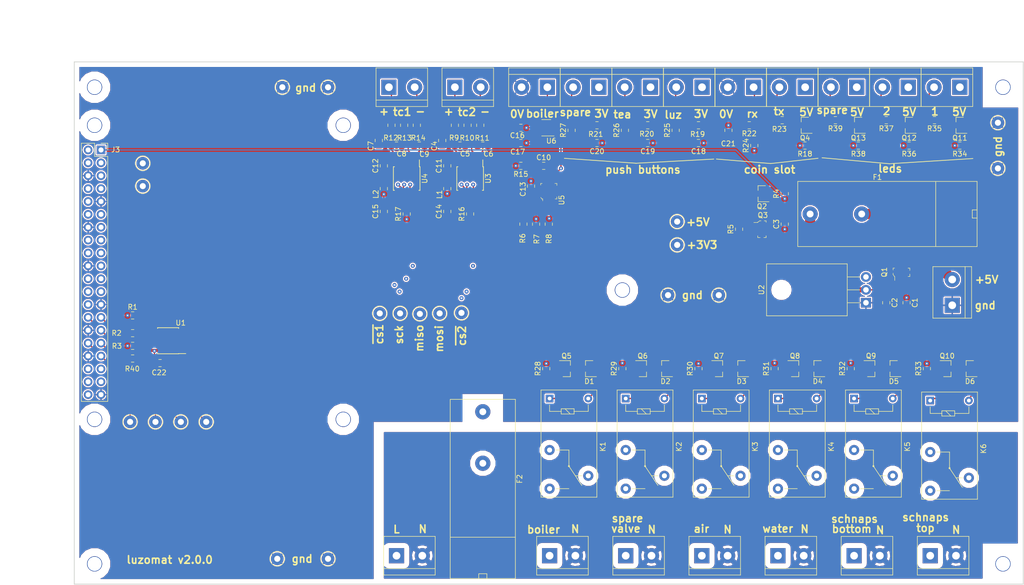
<source format=kicad_pcb>
(kicad_pcb (version 20171130) (host pcbnew 5.0.2-1.fc29)
  (layers (0 F.Cu signal) (1 In1.Cu signal) (2 In2.Cu signal) (31 B.Cu signal) (34 B.Paste user hide) (35 F.Paste user hide) (36 B.SilkS user hide) (37 F.SilkS user) (38 B.Mask user) (39 F.Mask user) (44 Edge.Cuts user))
  (net 0 "")
  (net 1 GND)
  (net 2 "Net-(J3-Pad3)")
  (net 3 "Net-(J3-Pad5)")
  (net 4 "Net-(J3-Pad17)")
  (net 5 "Net-(J3-Pad29)")
  (net 6 "Net-(J3-Pad31)")
  (net 7 "Net-(J3-Pad32)")
  (net 8 "Net-(J3-Pad33)")
  (net 9 +3V3)
  (net 10 "Net-(C2-Pad1)")
  (net 11 "Net-(Q2-Pad3)")
  (net 12 +5V)
  (net 13 "Net-(F1-Pad1)")
  (net 14 /sheet5C14D74B/gate)
  (net 15 /~boiler_reset~)
  (net 16 /boiler_set_rising_edge)
  (net 17 "Net-(R6-Pad1)")
  (net 18 "Net-(C10-Pad2)")
  (net 19 "Net-(C10-Pad1)")
  (net 20 /sheet5C14D74B/line_switched)
  (net 21 NEUT)
  (net 22 /spare_valve_relay/line_switched)
  (net 23 /air_relay/line_switched)
  (net 24 /water_relay/line_switched)
  (net 25 /schnaps_bottom_relay/line_switched)
  (net 26 /schnaps_top_relay/line_switched)
  (net 27 "Net-(J7-Pad1)")
  (net 28 "Net-(J6-Pad2)")
  (net 29 "Net-(J6-Pad1)")
  (net 30 /led1_driver/out)
  (net 31 /led2_driver/out)
  (net 32 "Net-(J5-Pad1)")
  (net 33 "Net-(J5-Pad2)")
  (net 34 "Net-(J21-Pad2)")
  (net 35 "Net-(J20-Pad2)")
  (net 36 "Net-(J19-Pad2)")
  (net 37 "Net-(J18-Pad2)")
  (net 38 "Net-(F1-Pad2)")
  (net 39 "Net-(J17-Pad1)")
  (net 40 /led_spare_driver/out)
  (net 41 "Net-(R16-Pad2)")
  (net 42 /miso)
  (net 43 "Net-(R17-Pad2)")
  (net 44 /coin_slot_tx)
  (net 45 "Net-(Q4-Pad1)")
  (net 46 /luz_switch)
  (net 47 /tea_switch)
  (net 48 "Net-(Q7-Pad1)")
  (net 49 /air)
  (net 50 /spare_switch)
  (net 51 "Net-(C8-Pad2)")
  (net 52 "Net-(C7-Pad2)")
  (net 53 "Net-(Q4-Pad3)")
  (net 54 "Net-(Q5-Pad1)")
  (net 55 "Net-(Q6-Pad1)")
  (net 56 /spare_valve)
  (net 57 /water)
  (net 58 "Net-(Q8-Pad1)")
  (net 59 /schnaps_bottom)
  (net 60 "Net-(Q9-Pad1)")
  (net 61 /id_sda_eeprom)
  (net 62 "Net-(Q13-Pad3)")
  (net 63 "Net-(Q10-Pad1)")
  (net 64 /schnaps_top)
  (net 65 "Net-(R14-Pad1)")
  (net 66 "Net-(Q11-Pad3)")
  (net 67 /led2)
  (net 68 "Net-(Q12-Pad1)")
  (net 69 "Net-(Q12-Pad3)")
  (net 70 /led_spare)
  (net 71 "Net-(Q13-Pad1)")
  (net 72 "Net-(R11-Pad1)")
  (net 73 /led1)
  (net 74 "Net-(Q11-Pad1)")
  (net 75 /id_scl_eeprom)
  (net 76 /+3.3V_rpi)
  (net 77 "Net-(C5-Pad2)")
  (net 78 "Net-(C4-Pad2)")
  (net 79 "Net-(D5-Pad3)")
  (net 80 LINE)
  (net 81 "Net-(K5-Pad4)")
  (net 82 "Net-(K6-Pad4)")
  (net 83 "Net-(D6-Pad3)")
  (net 84 "Net-(D4-Pad3)")
  (net 85 "Net-(K4-Pad4)")
  (net 86 "Net-(K3-Pad4)")
  (net 87 "Net-(D3-Pad3)")
  (net 88 "Net-(D2-Pad3)")
  (net 89 "Net-(K2-Pad4)")
  (net 90 "Net-(K1-Pad4)")
  (net 91 "Net-(D1-Pad3)")
  (net 92 "Net-(D6-Pad2)")
  (net 93 "Net-(D5-Pad2)")
  (net 94 "Net-(D4-Pad2)")
  (net 95 "Net-(D3-Pad2)")
  (net 96 "Net-(D2-Pad2)")
  (net 97 "Net-(D1-Pad2)")
  (net 98 "Net-(C11-Pad1)")
  (net 99 "Net-(U3-Pad6)")
  (net 100 "Net-(U3-Pad7)")
  (net 101 /~cs2)
  (net 102 /sck)
  (net 103 /mosi)
  (net 104 "Net-(U3-Pad13)")
  (net 105 "Net-(U4-Pad13)")
  (net 106 /~cs1)
  (net 107 "Net-(U4-Pad7)")
  (net 108 "Net-(U4-Pad6)")
  (net 109 "Net-(C12-Pad1)")
  (net 110 "Net-(F2-Pad1)")
  (net 111 "Net-(R3-Pad2)")
  (net 112 /coin_slot_rx)
  (module TestPoint:TestPoint_THTPad_D2.5mm_Drill1.2mm (layer F.Cu) (at 177 92)
    (fp_text reference TP7 hide)
    (fp_text value TestPoint)
    (pad 1 thru_hole circle (at 0 0) (size 2.5 2.5) (drill 1.2) (layers *.Cu *.Mask) (net 1 GND))
  )
  (module TestPoint:TestPoint_THTPad_D2.5mm_Drill1.2mm (layer F.Cu) (at 90 144)
    (fp_text reference TP12 hide)
    (fp_text value TestPoint)
    (pad 1 thru_hole circle (at 0 0) (size 2.5 2.5) (drill 1.2) (layers *.Cu *.Mask) (net 1 GND))
  )
  (module TestPoint:TestPoint_THTPad_D2.5mm_Drill1.2mm (layer F.Cu) (at 100 51)
    (fp_text reference TP10 hide)
    (fp_text value TestPoint)
    (pad 1 thru_hole circle (at 0 0) (size 2.5 2.5) (drill 1.2) (layers *.Cu *.Mask) (net 1 GND))
  )
  (module TestPoint:TestPoint_THTPad_D2.5mm_Drill1.2mm (layer F.Cu) (at 232 58)
    (fp_text reference TP8 hide)
    (fp_text value TestPoint)
    (pad 1 thru_hole circle (at 0 0) (size 2.5 2.5) (drill 1.2) (layers *.Cu *.Mask) (net 1 GND))
  )
  (module TestPoint:TestPoint_THTPad_D2.5mm_Drill1.2mm (layer F.Cu) (at 100 144)
    (fp_text reference TP6 hide)
    (fp_text value TestPoint)
    (pad 1 thru_hole circle (at 0 0) (size 2.5 2.5) (drill 1.2) (layers *.Cu *.Mask) (net 1 GND))
  )
  (module TestPoint:TestPoint_THTPad_D2.5mm_Drill1.2mm (layer F.Cu) (at 168.8 77.5)
    (fp_text reference TP5 hide)
    (fp_text value TestPoint)
    (pad 1 thru_hole circle (at 0 0) (size 2.5 2.5) (drill 1.2) (layers *.Cu *.Mask) (net 12 +5V))
  )
  (module TestPoint:TestPoint_THTPad_D2.5mm_Drill1.2mm (layer F.Cu) (at 168.8 82.1)
    (fp_text reference TP4 hide)
    (fp_text value TestPoint)
    (pad 1 thru_hole circle (at 0 0) (size 2.5 2.5) (drill 1.2) (layers *.Cu *.Mask) (net 9 +3V3))
  )
  (module TestPoint:TestPoint_THTPad_D2.5mm_Drill1.2mm (layer F.Cu) (at 114.2 95.6)
    (fp_text reference TP3 hide)
    (fp_text value TestPoint)
    (pad 1 thru_hole circle (at 0 0) (size 2.5 2.5) (drill 1.2) (layers *.Cu *.Mask) (net 102 /sck))
  )
  (module TestPoint:TestPoint_THTPad_D2.5mm_Drill1.2mm (layer F.Cu) (at 118.1 95.7)
    (fp_text reference TP2 hide)
    (fp_text value TestPoint)
    (pad 1 thru_hole circle (at 0 0) (size 2.5 2.5) (drill 1.2) (layers *.Cu *.Mask) (net 42 /miso))
  )
  (module TestPoint:TestPoint_THTPad_D2.5mm_Drill1.2mm (layer F.Cu) (at 122 95.6)
    (fp_text reference TP1 hide)
    (fp_text value TestPoint)
    (pad 1 thru_hole circle (at 0 0) (size 2.5 2.5) (drill 1.2) (layers *.Cu *.Mask) (net 103 /mosi))
  )
  (module TestPoint:TestPoint_THTPad_D2.5mm_Drill1.2mm (layer F.Cu) (at 167 92)
    (fp_text reference TP9 hide)
    (fp_text value TestPoint)
    (pad 1 thru_hole circle (at 0 0) (size 2.5 2.5) (drill 1.2) (layers *.Cu *.Mask) (net 1 GND))
  )
  (module TestPoint:TestPoint_THTPad_D2.5mm_Drill1.2mm (layer F.Cu) (at 91 51)
    (fp_text reference TP11 hide)
    (fp_text value TestPoint)
    (pad 1 thru_hole circle (at 0 0) (size 2.5 2.5) (drill 1.2) (layers *.Cu *.Mask) (net 1 GND))
  )
  (module TestPoint:TestPoint_THTPad_D2.5mm_Drill1.2mm (layer F.Cu) (at 61 117)
    (fp_text reference TP23 hide)
    (fp_text value TestPoint)
    (pad 1 thru_hole circle (at 0 0) (size 2.5 2.5) (drill 1.2) (layers *.Cu *.Mask) (net 7 "Net-(J3-Pad32)"))
  )
  (module TestPoint:TestPoint_THTPad_D2.5mm_Drill1.2mm (layer F.Cu) (at 66 117)
    (fp_text reference TP22 hide)
    (fp_text value TestPoint)
    (pad 1 thru_hole circle (at 0 0) (size 2.5 2.5) (drill 1.2) (layers *.Cu *.Mask) (net 8 "Net-(J3-Pad33)"))
  )
  (module TestPoint:TestPoint_THTPad_D2.5mm_Drill1.2mm (layer F.Cu) (at 71 117)
    (fp_text reference TP21 hide)
    (fp_text value TestPoint)
    (pad 1 thru_hole circle (at 0 0) (size 2.5 2.5) (drill 1.2) (layers *.Cu *.Mask) (net 6 "Net-(J3-Pad31)"))
  )
  (module TestPoint:TestPoint_THTPad_D2.5mm_Drill1.2mm (layer F.Cu) (at 76 117)
    (fp_text reference TP20 hide)
    (fp_text value TestPoint)
    (pad 1 thru_hole circle (at 0 0) (size 2.5 2.5) (drill 1.2) (layers *.Cu *.Mask) (net 5 "Net-(J3-Pad29)"))
  )
  (module TestPoint:TestPoint_THTPad_D2.5mm_Drill1.2mm (layer F.Cu) (at 63.5 70.5)
    (fp_text reference TP19 hide)
    (fp_text value TestPoint)
    (pad 1 thru_hole circle (at 0 0) (size 2.5 2.5) (drill 1.2) (layers *.Cu *.Mask) (net 3 "Net-(J3-Pad5)"))
  )
  (module TestPoint:TestPoint_THTPad_D2.5mm_Drill1.2mm (layer F.Cu) (at 63.5 66)
    (fp_text reference TP18 hide)
    (fp_text value TestPoint)
    (pad 1 thru_hole circle (at 0 0) (size 2.5 2.5) (drill 1.2) (layers *.Cu *.Mask) (net 2 "Net-(J3-Pad3)"))
  )
  (module TestPoint:TestPoint_THTPad_D2.5mm_Drill1.2mm (layer F.Cu) (at 126.3 95.5)
    (fp_text reference TP17 hide)
    (fp_text value TestPoint)
    (pad 1 thru_hole circle (at 0 0) (size 2.5 2.5) (drill 1.2) (layers *.Cu *.Mask) (net 101 /~cs2))
  )
  (module TestPoint:TestPoint_THTPad_D2.5mm_Drill1.2mm (layer F.Cu) (at 110.2 95.6)
    (fp_text reference TP16 hide)
    (fp_text value TestPoint)
    (pad 1 thru_hole circle (at 0 0) (size 2.5 2.5) (drill 1.2) (layers *.Cu *.Mask) (net 106 /~cs1))
  )
  (module TestPoint:TestPoint_THTPad_D2.5mm_Drill1.2mm (layer F.Cu) (at 232 67)
    (fp_text reference TP13 hide)
    (fp_text value TestPoint)
    (pad 1 thru_hole circle (at 0 0) (size 2.5 2.5) (drill 1.2) (layers *.Cu *.Mask) (net 1 GND))
  )
  (module project_footprints:NPTH_3mm_ID (layer F.Cu) (at 158 91)
    (fp_text reference H9 hide)
    (fp_text value 3mm_Mounting_Hole)
    (pad "" np_thru_hole circle (at 0 0) (size 3 3) (drill 2.75) (layers *.Cu *.Mask) (clearance 1.6))
  )
  (module Capacitor_SMD:C_0805_2012Metric_Pad1.15x1.40mm_HandSolder (layer F.Cu) (at 66.9 105.4 180)
    (fp_text reference C22 (at 0.19 -1.88 180) (layer F.SilkS))
    (fp_text value 100n)
    (pad 1 smd roundrect (at -1.025 0 180) (size 1.15 1.4) (layers F.Cu F.Paste F.Mask) (roundrect_rratio 0.217391) (net 1 GND))
    (pad 2 smd roundrect (at 1.025 0 180) (size 1.15 1.4) (layers F.Cu F.Paste F.Mask) (roundrect_rratio 0.217391) (net 9 +3V3))
  )
  (module Resistor_SMD:R_0805_2012Metric_Pad1.15x1.40mm_HandSolder (layer F.Cu) (at 61.5 104.5 180)
    (fp_text reference R40 (at 0.07 -2.03 180) (layer F.SilkS))
    (fp_text value n/a)
    (pad 1 smd roundrect (at -1.025 0 180) (size 1.15 1.4) (layers F.Cu F.Paste F.Mask) (roundrect_rratio 0.217391) (net 111 "Net-(R3-Pad2)"))
    (pad 2 smd roundrect (at 1.025 0 180) (size 1.15 1.4) (layers F.Cu F.Paste F.Mask) (roundrect_rratio 0.217391) (net 1 GND))
  )
  (module Fuse:Fuseholder_Cylinder-5x20mm_Bulgin_FX0457_Horizontal_Closed (layer F.Cu) (at 195 76)
    (fp_text reference F1 (at 13.25 -7.25) (layer F.SilkS))
    (fp_text value Fuse)
    (pad 1 thru_hole circle (at 0 0) (size 3 3) (drill 1.35) (layers *.Cu *.Mask) (net 13 "Net-(F1-Pad1)"))
    (pad 2 thru_hole circle (at 10.16 0) (size 3 3) (drill 1.35) (layers *.Cu *.Mask) (net 38 "Net-(F1-Pad2)"))
  )
  (module Fuse:Fuseholder_Cylinder-5x20mm_Bulgin_FX0457_Horizontal_Closed (layer F.Cu) (at 130.5 115 270)
    (fp_text reference F2 (at 13.25 -7.25 270) (layer F.SilkS))
    (fp_text value Fuse)
    (pad 2 thru_hole circle (at 10.16 0 270) (size 3 3) (drill 1.35) (layers *.Cu *.Mask) (net 80 LINE))
    (pad 1 thru_hole circle (at 0 0 270) (size 3 3) (drill 1.35) (layers *.Cu *.Mask) (net 110 "Net-(F2-Pad1)"))
  )
  (module Capacitor_SMD:C_0805_2012Metric_Pad1.15x1.40mm_HandSolder (layer F.Cu) (at 214 93.5 270)
    (fp_text reference C1 (at 0 -1.65 270) (layer F.SilkS))
    (fp_text value 10u)
    (pad 1 smd roundrect (at -1.025 0 270) (size 1.15 1.4) (layers F.Cu F.Paste F.Mask) (roundrect_rratio 0.217391) (net 12 +5V))
    (pad 2 smd roundrect (at 1.025 0 270) (size 1.15 1.4) (layers F.Cu F.Paste F.Mask) (roundrect_rratio 0.217391) (net 1 GND))
  )
  (module Capacitor_SMD:C_0805_2012Metric_Pad1.15x1.40mm_HandSolder (layer F.Cu) (at 210 93.5 270)
    (fp_text reference C2 (at 0 -1.65 270) (layer F.SilkS))
    (fp_text value 10u)
    (pad 2 smd roundrect (at 1.025 0 270) (size 1.15 1.4) (layers F.Cu F.Paste F.Mask) (roundrect_rratio 0.217391) (net 1 GND))
    (pad 1 smd roundrect (at -1.025 0 270) (size 1.15 1.4) (layers F.Cu F.Paste F.Mask) (roundrect_rratio 0.217391) (net 10 "Net-(C2-Pad1)"))
  )
  (module Capacitor_SMD:C_0805_2012Metric_Pad1.15x1.40mm_HandSolder (layer F.Cu) (at 190 78 90)
    (fp_text reference C3 (at 0 -1.65 90) (layer F.SilkS))
    (fp_text value 100n)
    (pad 2 smd roundrect (at 1.025 0 90) (size 1.15 1.4) (layers F.Cu F.Paste F.Mask) (roundrect_rratio 0.217391) (net 1 GND))
    (pad 1 smd roundrect (at -1.025 0 90) (size 1.15 1.4) (layers F.Cu F.Paste F.Mask) (roundrect_rratio 0.217391) (net 9 +3V3))
  )
  (module Capacitor_SMD:C_0805_2012Metric_Pad1.15x1.40mm_HandSolder (layer F.Cu) (at 122.5 61.5 270)
    (fp_text reference C4 (at 1.09 1.56 270) (layer F.SilkS))
    (fp_text value 10n)
    (pad 2 smd roundrect (at 1.025 0 270) (size 1.15 1.4) (layers F.Cu F.Paste F.Mask) (roundrect_rratio 0.217391) (net 78 "Net-(C4-Pad2)"))
    (pad 1 smd roundrect (at -1.025 0 270) (size 1.15 1.4) (layers F.Cu F.Paste F.Mask) (roundrect_rratio 0.217391) (net 1 GND))
  )
  (module Capacitor_SMD:C_0805_2012Metric_Pad1.15x1.40mm_HandSolder (layer F.Cu) (at 126 62.5)
    (fp_text reference C5 (at 1 1.63) (layer F.SilkS))
    (fp_text value 100n)
    (pad 1 smd roundrect (at -1.025 0) (size 1.15 1.4) (layers F.Cu F.Paste F.Mask) (roundrect_rratio 0.217391) (net 78 "Net-(C4-Pad2)"))
    (pad 2 smd roundrect (at 1.025 0) (size 1.15 1.4) (layers F.Cu F.Paste F.Mask) (roundrect_rratio 0.217391) (net 77 "Net-(C5-Pad2)"))
  )
  (module Capacitor_SMD:C_0805_2012Metric_Pad1.15x1.40mm_HandSolder (layer F.Cu) (at 130.5 62.5)
    (fp_text reference C6 (at 1.12 1.65) (layer F.SilkS))
    (fp_text value 10n)
    (pad 2 smd roundrect (at 1.025 0) (size 1.15 1.4) (layers F.Cu F.Paste F.Mask) (roundrect_rratio 0.217391) (net 1 GND))
    (pad 1 smd roundrect (at -1.025 0) (size 1.15 1.4) (layers F.Cu F.Paste F.Mask) (roundrect_rratio 0.217391) (net 77 "Net-(C5-Pad2)"))
  )
  (module Capacitor_SMD:C_0805_2012Metric_Pad1.15x1.40mm_HandSolder (layer F.Cu) (at 110 61.5 270)
    (fp_text reference C7 (at 1.09 1.57 270) (layer F.SilkS))
    (fp_text value 10n)
    (pad 1 smd roundrect (at -1.025 0 270) (size 1.15 1.4) (layers F.Cu F.Paste F.Mask) (roundrect_rratio 0.217391) (net 1 GND))
    (pad 2 smd roundrect (at 1.025 0 270) (size 1.15 1.4) (layers F.Cu F.Paste F.Mask) (roundrect_rratio 0.217391) (net 52 "Net-(C7-Pad2)"))
  )
  (module Capacitor_SMD:C_0805_2012Metric_Pad1.15x1.40mm_HandSolder (layer F.Cu) (at 113.5 62.5)
    (fp_text reference C8 (at 0.99 1.63) (layer F.SilkS))
    (fp_text value 100n)
    (pad 2 smd roundrect (at 1.025 0) (size 1.15 1.4) (layers F.Cu F.Paste F.Mask) (roundrect_rratio 0.217391) (net 51 "Net-(C8-Pad2)"))
    (pad 1 smd roundrect (at -1.025 0) (size 1.15 1.4) (layers F.Cu F.Paste F.Mask) (roundrect_rratio 0.217391) (net 52 "Net-(C7-Pad2)"))
  )
  (module Capacitor_SMD:C_0805_2012Metric_Pad1.15x1.40mm_HandSolder (layer F.Cu) (at 118 62.5)
    (fp_text reference C9 (at 0.98 1.72) (layer F.SilkS))
    (fp_text value 10n)
    (pad 1 smd roundrect (at -1.025 0) (size 1.15 1.4) (layers F.Cu F.Paste F.Mask) (roundrect_rratio 0.217391) (net 51 "Net-(C8-Pad2)"))
    (pad 2 smd roundrect (at 1.025 0) (size 1.15 1.4) (layers F.Cu F.Paste F.Mask) (roundrect_rratio 0.217391) (net 1 GND))
  )
  (module Capacitor_SMD:C_0805_2012Metric_Pad1.15x1.40mm_HandSolder (layer F.Cu) (at 142.5 66.5)
    (fp_text reference C10 (at 0 -1.65) (layer F.SilkS))
    (fp_text value 1u)
    (pad 2 smd roundrect (at 1.025 0) (size 1.15 1.4) (layers F.Cu F.Paste F.Mask) (roundrect_rratio 0.217391) (net 18 "Net-(C10-Pad2)"))
    (pad 1 smd roundrect (at -1.025 0) (size 1.15 1.4) (layers F.Cu F.Paste F.Mask) (roundrect_rratio 0.217391) (net 19 "Net-(C10-Pad1)"))
  )
  (module Capacitor_SMD:C_0805_2012Metric_Pad1.15x1.40mm_HandSolder (layer F.Cu) (at 123.5 66.5 90)
    (fp_text reference C11 (at 0 -1.65 90) (layer F.SilkS))
    (fp_text value 100n)
    (pad 1 smd roundrect (at -1.025 0 90) (size 1.15 1.4) (layers F.Cu F.Paste F.Mask) (roundrect_rratio 0.217391) (net 98 "Net-(C11-Pad1)"))
    (pad 2 smd roundrect (at 1.025 0 90) (size 1.15 1.4) (layers F.Cu F.Paste F.Mask) (roundrect_rratio 0.217391) (net 1 GND))
  )
  (module Capacitor_SMD:C_0805_2012Metric_Pad1.15x1.40mm_HandSolder (layer F.Cu) (at 111 66.5 90)
    (fp_text reference C12 (at 0 -1.65 90) (layer F.SilkS))
    (fp_text value 100n)
    (pad 2 smd roundrect (at 1.025 0 90) (size 1.15 1.4) (layers F.Cu F.Paste F.Mask) (roundrect_rratio 0.217391) (net 1 GND))
    (pad 1 smd roundrect (at -1.025 0 90) (size 1.15 1.4) (layers F.Cu F.Paste F.Mask) (roundrect_rratio 0.217391) (net 109 "Net-(C12-Pad1)"))
  )
  (module Capacitor_SMD:C_0805_2012Metric_Pad1.15x1.40mm_HandSolder (layer F.Cu) (at 140 70.5 270)
    (fp_text reference C13 (at 0.62 1.59 270) (layer F.SilkS))
    (fp_text value 100n)
    (pad 1 smd roundrect (at -1.025 0 270) (size 1.15 1.4) (layers F.Cu F.Paste F.Mask) (roundrect_rratio 0.217391) (net 9 +3V3))
    (pad 2 smd roundrect (at 1.025 0 270) (size 1.15 1.4) (layers F.Cu F.Paste F.Mask) (roundrect_rratio 0.217391) (net 1 GND))
  )
  (module Capacitor_SMD:C_0805_2012Metric_Pad1.15x1.40mm_HandSolder (layer F.Cu) (at 123.5 75.5 90)
    (fp_text reference C14 (at 0 -1.65 90) (layer F.SilkS))
    (fp_text value 100n)
    (pad 2 smd roundrect (at 1.025 0 90) (size 1.15 1.4) (layers F.Cu F.Paste F.Mask) (roundrect_rratio 0.217391) (net 9 +3V3))
    (pad 1 smd roundrect (at -1.025 0 90) (size 1.15 1.4) (layers F.Cu F.Paste F.Mask) (roundrect_rratio 0.217391) (net 1 GND))
  )
  (module Capacitor_SMD:C_0805_2012Metric_Pad1.15x1.40mm_HandSolder (layer F.Cu) (at 111 75.5 90)
    (fp_text reference C15 (at 0 -1.65 90) (layer F.SilkS))
    (fp_text value 100n)
    (pad 1 smd roundrect (at -1.025 0 90) (size 1.15 1.4) (layers F.Cu F.Paste F.Mask) (roundrect_rratio 0.217391) (net 1 GND))
    (pad 2 smd roundrect (at 1.025 0 90) (size 1.15 1.4) (layers F.Cu F.Paste F.Mask) (roundrect_rratio 0.217391) (net 9 +3V3))
  )
  (module Capacitor_SMD:C_0805_2012Metric_Pad1.15x1.40mm_HandSolder (layer F.Cu) (at 138 59 180)
    (fp_text reference C16 (at 0.69 -1.51 180) (layer F.SilkS))
    (fp_text value 100n)
    (pad 2 smd roundrect (at 1.025 0 180) (size 1.15 1.4) (layers F.Cu F.Paste F.Mask) (roundrect_rratio 0.217391) (net 1 GND))
    (pad 1 smd roundrect (at -1.025 0 180) (size 1.15 1.4) (layers F.Cu F.Paste F.Mask) (roundrect_rratio 0.217391) (net 9 +3V3))
  )
  (module Capacitor_SMD:C_0805_2012Metric_Pad1.15x1.40mm_HandSolder (layer F.Cu) (at 138 62)
    (fp_text reference C17 (at -0.63 1.74) (layer F.SilkS))
    (fp_text value 100n)
    (pad 1 smd roundrect (at -1.025 0) (size 1.15 1.4) (layers F.Cu F.Paste F.Mask) (roundrect_rratio 0.217391) (net 1 GND))
    (pad 2 smd roundrect (at 1.025 0) (size 1.15 1.4) (layers F.Cu F.Paste F.Mask) (roundrect_rratio 0.217391) (net 12 +5V))
  )
  (module Capacitor_SMD:C_0805_2012Metric_Pad1.15x1.40mm_HandSolder (layer F.Cu) (at 173 62 180)
    (fp_text reference C18 (at 0 -1.65 180) (layer F.SilkS))
    (fp_text value 100n)
    (pad 2 smd roundrect (at 1.025 0 180) (size 1.15 1.4) (layers F.Cu F.Paste F.Mask) (roundrect_rratio 0.217391) (net 1 GND))
    (pad 1 smd roundrect (at -1.025 0 180) (size 1.15 1.4) (layers F.Cu F.Paste F.Mask) (roundrect_rratio 0.217391) (net 46 /luz_switch))
  )
  (module Capacitor_SMD:C_0805_2012Metric_Pad1.15x1.40mm_HandSolder (layer F.Cu) (at 163 62 180)
    (fp_text reference C19 (at 0 -1.65 180) (layer F.SilkS))
    (fp_text value 100n)
    (pad 1 smd roundrect (at -1.025 0 180) (size 1.15 1.4) (layers F.Cu F.Paste F.Mask) (roundrect_rratio 0.217391) (net 47 /tea_switch))
    (pad 2 smd roundrect (at 1.025 0 180) (size 1.15 1.4) (layers F.Cu F.Paste F.Mask) (roundrect_rratio 0.217391) (net 1 GND))
  )
  (module Capacitor_SMD:C_0805_2012Metric_Pad1.15x1.40mm_HandSolder (layer F.Cu) (at 153 62 180)
    (fp_text reference C20 (at 0 -1.65 180) (layer F.SilkS))
    (fp_text value 100n)
    (pad 2 smd roundrect (at 1.025 0 180) (size 1.15 1.4) (layers F.Cu F.Paste F.Mask) (roundrect_rratio 0.217391) (net 1 GND))
    (pad 1 smd roundrect (at -1.025 0 180) (size 1.15 1.4) (layers F.Cu F.Paste F.Mask) (roundrect_rratio 0.217391) (net 50 /spare_switch))
  )
  (module Capacitor_SMD:C_0805_2012Metric_Pad1.15x1.40mm_HandSolder (layer F.Cu) (at 178.9 59.5 270)
    (fp_text reference C21 (at 2.63 0.02) (layer F.SilkS))
    (fp_text value 100n)
    (pad 1 smd roundrect (at -1.025 0 270) (size 1.15 1.4) (layers F.Cu F.Paste F.Mask) (roundrect_rratio 0.217391) (net 112 /coin_slot_rx))
    (pad 2 smd roundrect (at 1.025 0 270) (size 1.15 1.4) (layers F.Cu F.Paste F.Mask) (roundrect_rratio 0.217391) (net 1 GND))
  )
  (module Inductor_SMD:L_0805_2012Metric_Pad1.15x1.40mm_HandSolder (layer F.Cu) (at 111 71 270)
    (fp_text reference L2 (at 1.1 1.57 270) (layer F.SilkS))
    (fp_text value 600R@100MHz)
    (pad 2 smd roundrect (at 1.025 0 270) (size 1.15 1.4) (layers F.Cu F.Paste F.Mask) (roundrect_rratio 0.217391) (net 9 +3V3))
    (pad 1 smd roundrect (at -1.025 0 270) (size 1.15 1.4) (layers F.Cu F.Paste F.Mask) (roundrect_rratio 0.217391) (net 109 "Net-(C12-Pad1)"))
  )
  (module Inductor_SMD:L_0805_2012Metric_Pad1.15x1.40mm_HandSolder (layer F.Cu) (at 123.5 71 270)
    (fp_text reference L1 (at 1.14 1.54 270) (layer F.SilkS))
    (fp_text value 600R@100MHz)
    (pad 1 smd roundrect (at -1.025 0 270) (size 1.15 1.4) (layers F.Cu F.Paste F.Mask) (roundrect_rratio 0.217391) (net 98 "Net-(C11-Pad1)"))
    (pad 2 smd roundrect (at 1.025 0 270) (size 1.15 1.4) (layers F.Cu F.Paste F.Mask) (roundrect_rratio 0.217391) (net 9 +3V3))
  )
  (module Package_SO:SOIC-8_3.9x4.9mm_P1.27mm (layer F.Cu) (at 68.5 101 180)
    (fp_text reference U1 (at -2.47 3.53 180) (layer F.SilkS))
    (fp_text value CAT24C256)
    (pad 1 smd rect (at -2.7 -1.905 180) (size 1.55 0.6) (layers F.Cu F.Paste F.Mask) (net 1 GND))
    (pad 2 smd rect (at -2.7 -0.635 180) (size 1.55 0.6) (layers F.Cu F.Paste F.Mask) (net 1 GND))
    (pad 3 smd rect (at -2.7 0.635 180) (size 1.55 0.6) (layers F.Cu F.Paste F.Mask) (net 1 GND))
    (pad 4 smd rect (at -2.7 1.905 180) (size 1.55 0.6) (layers F.Cu F.Paste F.Mask) (net 1 GND))
    (pad 5 smd rect (at 2.7 1.905 180) (size 1.55 0.6) (layers F.Cu F.Paste F.Mask) (net 61 /id_sda_eeprom))
    (pad 6 smd rect (at 2.7 0.635 180) (size 1.55 0.6) (layers F.Cu F.Paste F.Mask) (net 75 /id_scl_eeprom))
    (pad 7 smd rect (at 2.7 -0.635 180) (size 1.55 0.6) (layers F.Cu F.Paste F.Mask) (net 111 "Net-(R3-Pad2)"))
    (pad 8 smd rect (at 2.7 -1.905 180) (size 1.55 0.6) (layers F.Cu F.Paste F.Mask) (net 9 +3V3))
  )
  (module Package_SO:TSSOP-14_4.4x5mm_P0.65mm (layer F.Cu) (at 115.5 69 270)
    (fp_text reference U4 (at 0 -3.55 270) (layer F.SilkS))
    (fp_text value MAX31856)
    (pad 14 smd rect (at 2.95 -1.95 270) (size 1.45 0.45) (layers F.Cu F.Paste F.Mask) (net 1 GND))
    (pad 13 smd rect (at 2.95 -1.3 270) (size 1.45 0.45) (layers F.Cu F.Paste F.Mask) (net 105 "Net-(U4-Pad13)"))
    (pad 12 smd rect (at 2.95 -0.65 270) (size 1.45 0.45) (layers F.Cu F.Paste F.Mask) (net 103 /mosi))
    (pad 11 smd rect (at 2.95 0 270) (size 1.45 0.45) (layers F.Cu F.Paste F.Mask) (net 43 "Net-(R17-Pad2)"))
    (pad 10 smd rect (at 2.95 0.65 270) (size 1.45 0.45) (layers F.Cu F.Paste F.Mask) (net 102 /sck))
    (pad 9 smd rect (at 2.95 1.3 270) (size 1.45 0.45) (layers F.Cu F.Paste F.Mask) (net 106 /~cs1))
    (pad 8 smd rect (at 2.95 1.95 270) (size 1.45 0.45) (layers F.Cu F.Paste F.Mask) (net 9 +3V3))
    (pad 7 smd rect (at -2.95 1.95 270) (size 1.45 0.45) (layers F.Cu F.Paste F.Mask) (net 107 "Net-(U4-Pad7)"))
    (pad 6 smd rect (at -2.95 1.3 270) (size 1.45 0.45) (layers F.Cu F.Paste F.Mask) (net 108 "Net-(U4-Pad6)"))
    (pad 5 smd rect (at -2.95 0.65 270) (size 1.45 0.45) (layers F.Cu F.Paste F.Mask) (net 109 "Net-(C12-Pad1)"))
    (pad 4 smd rect (at -2.95 0 270) (size 1.45 0.45) (layers F.Cu F.Paste F.Mask) (net 52 "Net-(C7-Pad2)"))
    (pad 3 smd rect (at -2.95 -0.65 270) (size 1.45 0.45) (layers F.Cu F.Paste F.Mask) (net 51 "Net-(C8-Pad2)"))
    (pad 2 smd rect (at -2.95 -1.3 270) (size 1.45 0.45) (layers F.Cu F.Paste F.Mask) (net 65 "Net-(R14-Pad1)"))
    (pad 1 smd rect (at -2.95 -1.95 270) (size 1.45 0.45) (layers F.Cu F.Paste F.Mask) (net 1 GND))
  )
  (module Package_SO:TSSOP-14_4.4x5mm_P0.65mm (layer F.Cu) (at 128 69 270)
    (fp_text reference U3 (at 0 -3.55 270) (layer F.SilkS))
    (fp_text value MAX31856)
    (pad 1 smd rect (at -2.95 -1.95 270) (size 1.45 0.45) (layers F.Cu F.Paste F.Mask) (net 1 GND))
    (pad 2 smd rect (at -2.95 -1.3 270) (size 1.45 0.45) (layers F.Cu F.Paste F.Mask) (net 72 "Net-(R11-Pad1)"))
    (pad 3 smd rect (at -2.95 -0.65 270) (size 1.45 0.45) (layers F.Cu F.Paste F.Mask) (net 77 "Net-(C5-Pad2)"))
    (pad 4 smd rect (at -2.95 0 270) (size 1.45 0.45) (layers F.Cu F.Paste F.Mask) (net 78 "Net-(C4-Pad2)"))
    (pad 5 smd rect (at -2.95 0.65 270) (size 1.45 0.45) (layers F.Cu F.Paste F.Mask) (net 98 "Net-(C11-Pad1)"))
    (pad 6 smd rect (at -2.95 1.3 270) (size 1.45 0.45) (layers F.Cu F.Paste F.Mask) (net 99 "Net-(U3-Pad6)"))
    (pad 7 smd rect (at -2.95 1.95 270) (size 1.45 0.45) (layers F.Cu F.Paste F.Mask) (net 100 "Net-(U3-Pad7)"))
    (pad 8 smd rect (at 2.95 1.95 270) (size 1.45 0.45) (layers F.Cu F.Paste F.Mask) (net 9 +3V3))
    (pad 9 smd rect (at 2.95 1.3 270) (size 1.45 0.45) (layers F.Cu F.Paste F.Mask) (net 101 /~cs2))
    (pad 10 smd rect (at 2.95 0.65 270) (size 1.45 0.45) (layers F.Cu F.Paste F.Mask) (net 102 /sck))
    (pad 11 smd rect (at 2.95 0 270) (size 1.45 0.45) (layers F.Cu F.Paste F.Mask) (net 41 "Net-(R16-Pad2)"))
    (pad 12 smd rect (at 2.95 -0.65 270) (size 1.45 0.45) (layers F.Cu F.Paste F.Mask) (net 103 /mosi))
    (pad 13 smd rect (at 2.95 -1.3 270) (size 1.45 0.45) (layers F.Cu F.Paste F.Mask) (net 104 "Net-(U3-Pad13)"))
    (pad 14 smd rect (at 2.95 -1.95 270) (size 1.45 0.45) (layers F.Cu F.Paste F.Mask) (net 1 GND))
  )
  (module Package_TO_SOT_SMD:SOT-23 (layer F.Cu) (at 185.5 72 180)
    (fp_text reference Q2 (at 0 -2.5 180) (layer F.SilkS))
    (fp_text value 2N7002)
    (pad 3 smd rect (at 1 0 180) (size 0.9 0.8) (layers F.Cu F.Paste F.Mask) (net 11 "Net-(Q2-Pad3)"))
    (pad 2 smd rect (at -1 0.95 180) (size 0.9 0.8) (layers F.Cu F.Paste F.Mask) (net 1 GND))
    (pad 1 smd rect (at -1 -0.95 180) (size 0.9 0.8) (layers F.Cu F.Paste F.Mask) (net 76 /+3.3V_rpi))
  )
  (module Package_TO_SOT_SMD:SOT-23 (layer F.Cu) (at 204.5 58.5 180)
    (fp_text reference Q13 (at 0 -2.5 180) (layer F.SilkS))
    (fp_text value 2N7002)
    (pad 3 smd rect (at 1 0 180) (size 0.9 0.8) (layers F.Cu F.Paste F.Mask) (net 62 "Net-(Q13-Pad3)"))
    (pad 2 smd rect (at -1 0.95 180) (size 0.9 0.8) (layers F.Cu F.Paste F.Mask) (net 1 GND))
    (pad 1 smd rect (at -1 -0.95 180) (size 0.9 0.8) (layers F.Cu F.Paste F.Mask) (net 71 "Net-(Q13-Pad1)"))
  )
  (module Package_TO_SOT_SMD:SOT-23 (layer F.Cu) (at 214.5 58.5 180)
    (fp_text reference Q12 (at 0 -2.5 180) (layer F.SilkS))
    (fp_text value 2N7002)
    (pad 1 smd rect (at -1 -0.95 180) (size 0.9 0.8) (layers F.Cu F.Paste F.Mask) (net 68 "Net-(Q12-Pad1)"))
    (pad 2 smd rect (at -1 0.95 180) (size 0.9 0.8) (layers F.Cu F.Paste F.Mask) (net 1 GND))
    (pad 3 smd rect (at 1 0 180) (size 0.9 0.8) (layers F.Cu F.Paste F.Mask) (net 69 "Net-(Q12-Pad3)"))
  )
  (module Package_TO_SOT_SMD:SOT-23 (layer F.Cu) (at 151.5 106.5 180)
    (fp_text reference D1 (at 0 -2.5 180) (layer F.SilkS))
    (fp_text value BAT54A)
    (pad 3 smd rect (at 1 0 180) (size 0.9 0.8) (layers F.Cu F.Paste F.Mask) (net 91 "Net-(D1-Pad3)"))
    (pad 2 smd rect (at -1 0.95 180) (size 0.9 0.8) (layers F.Cu F.Paste F.Mask) (net 97 "Net-(D1-Pad2)"))
    (pad 1 smd rect (at -1 -0.95 180) (size 0.9 0.8) (layers F.Cu F.Paste F.Mask) (net 12 +5V))
  )
  (module Package_TO_SOT_SMD:SOT-23 (layer F.Cu) (at 166.5 106.5 180)
    (fp_text reference D2 (at 0 -2.5 180) (layer F.SilkS))
    (fp_text value BAT54A)
    (pad 1 smd rect (at -1 -0.95 180) (size 0.9 0.8) (layers F.Cu F.Paste F.Mask) (net 12 +5V))
    (pad 2 smd rect (at -1 0.95 180) (size 0.9 0.8) (layers F.Cu F.Paste F.Mask) (net 96 "Net-(D2-Pad2)"))
    (pad 3 smd rect (at 1 0 180) (size 0.9 0.8) (layers F.Cu F.Paste F.Mask) (net 88 "Net-(D2-Pad3)"))
  )
  (module Package_TO_SOT_SMD:SOT-23 (layer F.Cu) (at 181.5 106.5 180)
    (fp_text reference D3 (at 0 -2.5 180) (layer F.SilkS))
    (fp_text value BAT54A)
    (pad 3 smd rect (at 1 0 180) (size 0.9 0.8) (layers F.Cu F.Paste F.Mask) (net 87 "Net-(D3-Pad3)"))
    (pad 2 smd rect (at -1 0.95 180) (size 0.9 0.8) (layers F.Cu F.Paste F.Mask) (net 95 "Net-(D3-Pad2)"))
    (pad 1 smd rect (at -1 -0.95 180) (size 0.9 0.8) (layers F.Cu F.Paste F.Mask) (net 12 +5V))
  )
  (module Package_TO_SOT_SMD:SOT-23 (layer F.Cu) (at 196.5 106.5 180)
    (fp_text reference D4 (at 0 -2.5 180) (layer F.SilkS))
    (fp_text value BAT54A)
    (pad 1 smd rect (at -1 -0.95 180) (size 0.9 0.8) (layers F.Cu F.Paste F.Mask) (net 12 +5V))
    (pad 2 smd rect (at -1 0.95 180) (size 0.9 0.8) (layers F.Cu F.Paste F.Mask) (net 94 "Net-(D4-Pad2)"))
    (pad 3 smd rect (at 1 0 180) (size 0.9 0.8) (layers F.Cu F.Paste F.Mask) (net 84 "Net-(D4-Pad3)"))
  )
  (module Package_TO_SOT_SMD:SOT-23 (layer F.Cu) (at 211.5 106.5 180)
    (fp_text reference D5 (at 0 -2.5 180) (layer F.SilkS))
    (fp_text value BAT54A)
    (pad 3 smd rect (at 1 0 180) (size 0.9 0.8) (layers F.Cu F.Paste F.Mask) (net 79 "Net-(D5-Pad3)"))
    (pad 2 smd rect (at -1 0.95 180) (size 0.9 0.8) (layers F.Cu F.Paste F.Mask) (net 93 "Net-(D5-Pad2)"))
    (pad 1 smd rect (at -1 -0.95 180) (size 0.9 0.8) (layers F.Cu F.Paste F.Mask) (net 12 +5V))
  )
  (module Package_TO_SOT_SMD:SOT-23 (layer F.Cu) (at 226.5 106.5 180)
    (fp_text reference D6 (at 0 -2.5 180) (layer F.SilkS))
    (fp_text value BAT54A)
    (pad 1 smd rect (at -1 -0.95 180) (size 0.9 0.8) (layers F.Cu F.Paste F.Mask) (net 12 +5V))
    (pad 2 smd rect (at -1 0.95 180) (size 0.9 0.8) (layers F.Cu F.Paste F.Mask) (net 92 "Net-(D6-Pad2)"))
    (pad 3 smd rect (at 1 0 180) (size 0.9 0.8) (layers F.Cu F.Paste F.Mask) (net 83 "Net-(D6-Pad3)"))
  )
  (module Package_TO_SOT_SMD:SOT-23 (layer F.Cu) (at 147 106.5)
    (fp_text reference Q5 (at 0 -2.5) (layer F.SilkS))
    (fp_text value 2N7002)
    (pad 3 smd rect (at 1 0) (size 0.9 0.8) (layers F.Cu F.Paste F.Mask) (net 91 "Net-(D1-Pad3)"))
    (pad 2 smd rect (at -1 0.95) (size 0.9 0.8) (layers F.Cu F.Paste F.Mask) (net 1 GND))
    (pad 1 smd rect (at -1 -0.95) (size 0.9 0.8) (layers F.Cu F.Paste F.Mask) (net 54 "Net-(Q5-Pad1)"))
  )
  (module Package_TO_SOT_SMD:SOT-23 (layer F.Cu) (at 224.5 58.5 180)
    (fp_text reference Q11 (at 0 -2.5 180) (layer F.SilkS))
    (fp_text value 2N7002)
    (pad 1 smd rect (at -1 -0.95 180) (size 0.9 0.8) (layers F.Cu F.Paste F.Mask) (net 74 "Net-(Q11-Pad1)"))
    (pad 2 smd rect (at -1 0.95 180) (size 0.9 0.8) (layers F.Cu F.Paste F.Mask) (net 1 GND))
    (pad 3 smd rect (at 1 0 180) (size 0.9 0.8) (layers F.Cu F.Paste F.Mask) (net 66 "Net-(Q11-Pad3)"))
  )
  (module Package_TO_SOT_SMD:SOT-23 (layer F.Cu) (at 222 106.5)
    (fp_text reference Q10 (at 0 -2.5) (layer F.SilkS))
    (fp_text value 2N7002)
    (pad 3 smd rect (at 1 0) (size 0.9 0.8) (layers F.Cu F.Paste F.Mask) (net 83 "Net-(D6-Pad3)"))
    (pad 2 smd rect (at -1 0.95) (size 0.9 0.8) (layers F.Cu F.Paste F.Mask) (net 1 GND))
    (pad 1 smd rect (at -1 -0.95) (size 0.9 0.8) (layers F.Cu F.Paste F.Mask) (net 63 "Net-(Q10-Pad1)"))
  )
  (module Package_TO_SOT_SMD:SOT-23 (layer F.Cu) (at 207 106.5)
    (fp_text reference Q9 (at 0 -2.5) (layer F.SilkS))
    (fp_text value 2N7002)
    (pad 1 smd rect (at -1 -0.95) (size 0.9 0.8) (layers F.Cu F.Paste F.Mask) (net 60 "Net-(Q9-Pad1)"))
    (pad 2 smd rect (at -1 0.95) (size 0.9 0.8) (layers F.Cu F.Paste F.Mask) (net 1 GND))
    (pad 3 smd rect (at 1 0) (size 0.9 0.8) (layers F.Cu F.Paste F.Mask) (net 79 "Net-(D5-Pad3)"))
  )
  (module Package_TO_SOT_SMD:SOT-23 (layer F.Cu) (at 192 106.5)
    (fp_text reference Q8 (at 0 -2.5) (layer F.SilkS))
    (fp_text value 2N7002)
    (pad 3 smd rect (at 1 0) (size 0.9 0.8) (layers F.Cu F.Paste F.Mask) (net 84 "Net-(D4-Pad3)"))
    (pad 2 smd rect (at -1 0.95) (size 0.9 0.8) (layers F.Cu F.Paste F.Mask) (net 1 GND))
    (pad 1 smd rect (at -1 -0.95) (size 0.9 0.8) (layers F.Cu F.Paste F.Mask) (net 58 "Net-(Q8-Pad1)"))
  )
  (module Package_TO_SOT_SMD:SOT-23 (layer F.Cu) (at 177 106.5)
    (fp_text reference Q7 (at 0 -2.5) (layer F.SilkS))
    (fp_text value 2N7002)
    (pad 1 smd rect (at -1 -0.95) (size 0.9 0.8) (layers F.Cu F.Paste F.Mask) (net 48 "Net-(Q7-Pad1)"))
    (pad 2 smd rect (at -1 0.95) (size 0.9 0.8) (layers F.Cu F.Paste F.Mask) (net 1 GND))
    (pad 3 smd rect (at 1 0) (size 0.9 0.8) (layers F.Cu F.Paste F.Mask) (net 87 "Net-(D3-Pad3)"))
  )
  (module Package_TO_SOT_SMD:SOT-23 (layer F.Cu) (at 162 106.5)
    (fp_text reference Q6 (at 0 -2.5) (layer F.SilkS))
    (fp_text value 2N7002)
    (pad 3 smd rect (at 1 0) (size 0.9 0.8) (layers F.Cu F.Paste F.Mask) (net 88 "Net-(D2-Pad3)"))
    (pad 2 smd rect (at -1 0.95) (size 0.9 0.8) (layers F.Cu F.Paste F.Mask) (net 1 GND))
    (pad 1 smd rect (at -1 -0.95) (size 0.9 0.8) (layers F.Cu F.Paste F.Mask) (net 55 "Net-(Q6-Pad1)"))
  )
  (module Package_TO_SOT_SMD:SOT-23 (layer F.Cu) (at 194 58.5 180)
    (fp_text reference Q4 (at 0 -2.5 180) (layer F.SilkS))
    (fp_text value 2N7002)
    (pad 1 smd rect (at -1 -0.95 180) (size 0.9 0.8) (layers F.Cu F.Paste F.Mask) (net 45 "Net-(Q4-Pad1)"))
    (pad 2 smd rect (at -1 0.95 180) (size 0.9 0.8) (layers F.Cu F.Paste F.Mask) (net 1 GND))
    (pad 3 smd rect (at 1 0 180) (size 0.9 0.8) (layers F.Cu F.Paste F.Mask) (net 53 "Net-(Q4-Pad3)"))
  )
  (module Package_TO_SOT_SMD:SOT-23-6 (layer F.Cu) (at 143 59 180)
    (fp_text reference U6 (at -1 -2.58 180) (layer F.SilkS))
    (fp_text value SN74LVC1T45DBV)
    (pad 1 smd rect (at -1.1 -0.95 180) (size 1.06 0.65) (layers F.Cu F.Paste F.Mask) (net 9 +3V3))
    (pad 2 smd rect (at -1.1 0 180) (size 1.06 0.65) (layers F.Cu F.Paste F.Mask) (net 1 GND))
    (pad 3 smd rect (at -1.1 0.95 180) (size 1.06 0.65) (layers F.Cu F.Paste F.Mask) (net 14 /sheet5C14D74B/gate))
    (pad 4 smd rect (at 1.1 0.95 180) (size 1.06 0.65) (layers F.Cu F.Paste F.Mask) (net 27 "Net-(J7-Pad1)"))
    (pad 6 smd rect (at 1.1 -0.95 180) (size 1.06 0.65) (layers F.Cu F.Paste F.Mask) (net 12 +5V))
    (pad 5 smd rect (at 1.1 0 180) (size 1.06 0.65) (layers F.Cu F.Paste F.Mask) (net 9 +3V3))
  )
  (module Package_TO_SOT_THT:TO-220-3_Horizontal_TabDown (layer F.Cu) (at 206 93.5 90)
    (fp_text reference U2 (at 2.54 -20.58 90) (layer F.SilkS))
    (fp_text value LM1085-3.3)
    (pad "" np_thru_hole oval (at 2.54 -16.66 90) (size 3.5 3.5) (drill 3.5) (layers *.Cu *.Mask))
    (pad 1 thru_hole rect (at 0 0 90) (size 1.905 2) (drill 1.1) (layers *.Cu *.Mask) (net 1 GND))
    (pad 2 thru_hole oval (at 2.54 0 90) (size 1.905 2) (drill 1.1) (layers *.Cu *.Mask) (net 10 "Net-(C2-Pad1)"))
    (pad 3 thru_hole oval (at 5.08 0 90) (size 1.905 2) (drill 1.1) (layers *.Cu *.Mask) (net 12 +5V))
  )
  (module Relay_THT:Relay_SPDT_Omron-G5Q-1 (layer F.Cu) (at 143.660183 112.389444 270)
    (fp_text reference K1 (at 9.5 -10.5 90) (layer F.SilkS))
    (fp_text value G5Q-1)
    (pad 5 thru_hole circle (at 0 -7.62 90) (size 1.52 1.52) (drill 0.76) (layers *.Cu *.Mask) (net 12 +5V))
    (pad 4 thru_hole circle (at 15.24 -7.62 90) (size 2 2) (drill 1) (layers *.Cu *.Mask) (net 90 "Net-(K1-Pad4)"))
    (pad 3 thru_hole circle (at 17.78 0 90) (size 2 2) (drill 1) (layers *.Cu *.Mask) (net 20 /sheet5C14D74B/line_switched))
    (pad 2 thru_hole circle (at 10.16 0 90) (size 2 2) (drill 1) (layers *.Cu *.Mask) (net 80 LINE))
    (pad 1 thru_hole rect (at 0 0 90) (size 1.52 1.52) (drill 0.76) (layers *.Cu *.Mask) (net 91 "Net-(D1-Pad3)"))
  )
  (module Relay_THT:Relay_SPDT_Omron-G5Q-1 (layer F.Cu) (at 158.660183 112.389444 270)
    (fp_text reference K2 (at 9.5 -10.5 90) (layer F.SilkS))
    (fp_text value G5Q-1)
    (pad 1 thru_hole rect (at 0 0 90) (size 1.52 1.52) (drill 0.76) (layers *.Cu *.Mask) (net 88 "Net-(D2-Pad3)"))
    (pad 2 thru_hole circle (at 10.16 0 90) (size 2 2) (drill 1) (layers *.Cu *.Mask) (net 80 LINE))
    (pad 3 thru_hole circle (at 17.78 0 90) (size 2 2) (drill 1) (layers *.Cu *.Mask) (net 22 /spare_valve_relay/line_switched))
    (pad 4 thru_hole circle (at 15.24 -7.62 90) (size 2 2) (drill 1) (layers *.Cu *.Mask) (net 89 "Net-(K2-Pad4)"))
    (pad 5 thru_hole circle (at 0 -7.62 90) (size 1.52 1.52) (drill 0.76) (layers *.Cu *.Mask) (net 12 +5V))
  )
  (module Relay_THT:Relay_SPDT_Omron-G5Q-1 (layer F.Cu) (at 173.660183 112.389444 270)
    (fp_text reference K3 (at 9.5 -10.5 90) (layer F.SilkS))
    (fp_text value G5Q-1)
    (pad 5 thru_hole circle (at 0 -7.62 90) (size 1.52 1.52) (drill 0.76) (layers *.Cu *.Mask) (net 12 +5V))
    (pad 4 thru_hole circle (at 15.24 -7.62 90) (size 2 2) (drill 1) (layers *.Cu *.Mask) (net 86 "Net-(K3-Pad4)"))
    (pad 3 thru_hole circle (at 17.78 0 90) (size 2 2) (drill 1) (layers *.Cu *.Mask) (net 23 /air_relay/line_switched))
    (pad 2 thru_hole circle (at 10.16 0 90) (size 2 2) (drill 1) (layers *.Cu *.Mask) (net 80 LINE))
    (pad 1 thru_hole rect (at 0 0 90) (size 1.52 1.52) (drill 0.76) (layers *.Cu *.Mask) (net 87 "Net-(D3-Pad3)"))
  )
  (module Relay_THT:Relay_SPDT_Omron-G5Q-1 (layer F.Cu) (at 188.660183 112.389444 270)
    (fp_text reference K4 (at 9.5 -10.5 90) (layer F.SilkS))
    (fp_text value G5Q-1)
    (pad 1 thru_hole rect (at 0 0 90) (size 1.52 1.52) (drill 0.76) (layers *.Cu *.Mask) (net 84 "Net-(D4-Pad3)"))
    (pad 2 thru_hole circle (at 10.16 0 90) (size 2 2) (drill 1) (layers *.Cu *.Mask) (net 80 LINE))
    (pad 3 thru_hole circle (at 17.78 0 90) (size 2 2) (drill 1) (layers *.Cu *.Mask) (net 24 /water_relay/line_switched))
    (pad 4 thru_hole circle (at 15.24 -7.62 90) (size 2 2) (drill 1) (layers *.Cu *.Mask) (net 85 "Net-(K4-Pad4)"))
    (pad 5 thru_hole circle (at 0 -7.62 90) (size 1.52 1.52) (drill 0.76) (layers *.Cu *.Mask) (net 12 +5V))
  )
  (module Relay_THT:Relay_SPDT_Omron-G5Q-1 (layer F.Cu) (at 218.660183 112.789444 270)
    (fp_text reference K6 (at 9.5 -10.5 90) (layer F.SilkS))
    (fp_text value G5Q-1)
    (pad 5 thru_hole circle (at 0 -7.62 90) (size 1.52 1.52) (drill 0.76) (layers *.Cu *.Mask) (net 12 +5V))
    (pad 4 thru_hole circle (at 15.24 -7.62 90) (size 2 2) (drill 1) (layers *.Cu *.Mask) (net 82 "Net-(K6-Pad4)"))
    (pad 3 thru_hole circle (at 17.78 0 90) (size 2 2) (drill 1) (layers *.Cu *.Mask) (net 26 /schnaps_top_relay/line_switched))
    (pad 2 thru_hole circle (at 10.16 0 90) (size 2 2) (drill 1) (layers *.Cu *.Mask) (net 80 LINE))
    (pad 1 thru_hole rect (at 0 0 90) (size 1.52 1.52) (drill 0.76) (layers *.Cu *.Mask) (net 83 "Net-(D6-Pad3)"))
  )
  (module Relay_THT:Relay_SPDT_Omron-G5Q-1 (layer F.Cu) (at 203.660183 112.389444 270)
    (fp_text reference K5 (at 9.5 -10.5 90) (layer F.SilkS))
    (fp_text value G5Q-1)
    (pad 1 thru_hole rect (at 0 0 90) (size 1.52 1.52) (drill 0.76) (layers *.Cu *.Mask) (net 79 "Net-(D5-Pad3)"))
    (pad 2 thru_hole circle (at 10.16 0 90) (size 2 2) (drill 1) (layers *.Cu *.Mask) (net 80 LINE))
    (pad 3 thru_hole circle (at 17.78 0 90) (size 2 2) (drill 1) (layers *.Cu *.Mask) (net 25 /schnaps_bottom_relay/line_switched))
    (pad 4 thru_hole circle (at 15.24 -7.62 90) (size 2 2) (drill 1) (layers *.Cu *.Mask) (net 81 "Net-(K5-Pad4)"))
    (pad 5 thru_hole circle (at 0 -7.62 90) (size 1.52 1.52) (drill 0.76) (layers *.Cu *.Mask) (net 12 +5V))
  )
  (module Resistor_SMD:R_0805_2012Metric_Pad1.15x1.40mm_HandSolder (layer F.Cu) (at 138.5 78 270)
    (fp_text reference R6 (at 2.8 0.16 270) (layer F.SilkS))
    (fp_text value 10k)
    (pad 1 smd roundrect (at -1.025 0 270) (size 1.15 1.4) (layers F.Cu F.Paste F.Mask) (roundrect_rratio 0.217391) (net 17 "Net-(R6-Pad1)"))
    (pad 2 smd roundrect (at 1.025 0 270) (size 1.15 1.4) (layers F.Cu F.Paste F.Mask) (roundrect_rratio 0.217391) (net 1 GND))
  )
  (module Resistor_SMD:R_0805_2012Metric_Pad1.15x1.40mm_HandSolder (layer F.Cu) (at 143.5 78 270)
    (fp_text reference R8 (at 2.9 -0.02 270) (layer F.SilkS))
    (fp_text value 10k)
    (pad 2 smd roundrect (at 1.025 0 270) (size 1.15 1.4) (layers F.Cu F.Paste F.Mask) (roundrect_rratio 0.217391) (net 1 GND))
    (pad 1 smd roundrect (at -1.025 0 270) (size 1.15 1.4) (layers F.Cu F.Paste F.Mask) (roundrect_rratio 0.217391) (net 15 /~boiler_reset~))
  )
  (module Resistor_SMD:R_0805_2012Metric_Pad1.15x1.40mm_HandSolder (layer F.Cu) (at 125 58.5 90)
    (fp_text reference R9 (at -2.48 -0.16 180) (layer F.SilkS))
    (fp_text value 2k2)
    (pad 1 smd roundrect (at -1.025 0 90) (size 1.15 1.4) (layers F.Cu F.Paste F.Mask) (roundrect_rratio 0.217391) (net 78 "Net-(C4-Pad2)"))
    (pad 2 smd roundrect (at 1.025 0 90) (size 1.15 1.4) (layers F.Cu F.Paste F.Mask) (roundrect_rratio 0.217391) (net 32 "Net-(J5-Pad1)"))
  )
  (module Resistor_SMD:R_0805_2012Metric_Pad1.15x1.40mm_HandSolder (layer F.Cu) (at 127.5 58.5 90)
    (fp_text reference R10 (at -2.5 -0.1 180) (layer F.SilkS))
    (fp_text value 2k2)
    (pad 2 smd roundrect (at 1.025 0 90) (size 1.15 1.4) (layers F.Cu F.Paste F.Mask) (roundrect_rratio 0.217391) (net 33 "Net-(J5-Pad2)"))
    (pad 1 smd roundrect (at -1.025 0 90) (size 1.15 1.4) (layers F.Cu F.Paste F.Mask) (roundrect_rratio 0.217391) (net 77 "Net-(C5-Pad2)"))
  )
  (module Resistor_SMD:R_0805_2012Metric_Pad1.15x1.40mm_HandSolder (layer F.Cu) (at 141 78 270)
    (fp_text reference R7 (at 2.96 -0.11 270) (layer F.SilkS))
    (fp_text value 10k)
    (pad 1 smd roundrect (at -1.025 0 270) (size 1.15 1.4) (layers F.Cu F.Paste F.Mask) (roundrect_rratio 0.217391) (net 16 /boiler_set_rising_edge))
    (pad 2 smd roundrect (at 1.025 0 270) (size 1.15 1.4) (layers F.Cu F.Paste F.Mask) (roundrect_rratio 0.217391) (net 1 GND))
  )
  (module Resistor_SMD:R_0805_2012Metric_Pad1.15x1.40mm_HandSolder (layer F.Cu) (at 181 79 90)
    (fp_text reference R5 (at 0 -1.65 90) (layer F.SilkS))
    (fp_text value 10k)
    (pad 1 smd roundrect (at -1.025 0 90) (size 1.15 1.4) (layers F.Cu F.Paste F.Mask) (roundrect_rratio 0.217391) (net 10 "Net-(C2-Pad1)"))
    (pad 2 smd roundrect (at 1.025 0 90) (size 1.15 1.4) (layers F.Cu F.Paste F.Mask) (roundrect_rratio 0.217391) (net 11 "Net-(Q2-Pad3)"))
  )
  (module Resistor_SMD:R_0805_2012Metric_Pad1.15x1.40mm_HandSolder (layer F.Cu) (at 190 72 90)
    (fp_text reference R4 (at 0 -1.65 90) (layer F.SilkS))
    (fp_text value 10k)
    (pad 2 smd roundrect (at 1.025 0 90) (size 1.15 1.4) (layers F.Cu F.Paste F.Mask) (roundrect_rratio 0.217391) (net 1 GND))
    (pad 1 smd roundrect (at -1.025 0 90) (size 1.15 1.4) (layers F.Cu F.Paste F.Mask) (roundrect_rratio 0.217391) (net 76 /+3.3V_rpi))
  )
  (module Resistor_SMD:R_0805_2012Metric_Pad1.15x1.40mm_HandSolder (layer F.Cu) (at 61.5 102)
    (fp_text reference R3 (at -3.1 0.05) (layer F.SilkS))
    (fp_text value 10k)
    (pad 2 smd roundrect (at 1.025 0) (size 1.15 1.4) (layers F.Cu F.Paste F.Mask) (roundrect_rratio 0.217391) (net 111 "Net-(R3-Pad2)"))
    (pad 1 smd roundrect (at -1.025 0) (size 1.15 1.4) (layers F.Cu F.Paste F.Mask) (roundrect_rratio 0.217391) (net 9 +3V3))
  )
  (module Resistor_SMD:R_0805_2012Metric_Pad1.15x1.40mm_HandSolder (layer F.Cu) (at 61.5 99.5)
    (fp_text reference R2 (at -3.16 -0.01) (layer F.SilkS))
    (fp_text value 3k9)
    (pad 1 smd roundrect (at -1.025 0) (size 1.15 1.4) (layers F.Cu F.Paste F.Mask) (roundrect_rratio 0.217391) (net 9 +3V3))
    (pad 2 smd roundrect (at 1.025 0) (size 1.15 1.4) (layers F.Cu F.Paste F.Mask) (roundrect_rratio 0.217391) (net 75 /id_scl_eeprom))
  )
  (module Resistor_SMD:R_0805_2012Metric_Pad1.15x1.40mm_HandSolder (layer F.Cu) (at 224.5 62.5 180)
    (fp_text reference R34 (at 0 -1.65 180) (layer F.SilkS))
    (fp_text value 100R)
    (pad 2 smd roundrect (at 1.025 0 180) (size 1.15 1.4) (layers F.Cu F.Paste F.Mask) (roundrect_rratio 0.217391) (net 73 /led1))
    (pad 1 smd roundrect (at -1.025 0 180) (size 1.15 1.4) (layers F.Cu F.Paste F.Mask) (roundrect_rratio 0.217391) (net 74 "Net-(Q11-Pad1)"))
  )
  (module Resistor_SMD:R_0805_2012Metric_Pad1.15x1.40mm_HandSolder (layer F.Cu) (at 130 58.5 90)
    (fp_text reference R11 (at -2.51 0.38 180) (layer F.SilkS))
    (fp_text value 2k2)
    (pad 1 smd roundrect (at -1.025 0 90) (size 1.15 1.4) (layers F.Cu F.Paste F.Mask) (roundrect_rratio 0.217391) (net 72 "Net-(R11-Pad1)"))
    (pad 2 smd roundrect (at 1.025 0 90) (size 1.15 1.4) (layers F.Cu F.Paste F.Mask) (roundrect_rratio 0.217391) (net 33 "Net-(J5-Pad2)"))
  )
  (module Resistor_SMD:R_0805_2012Metric_Pad1.15x1.40mm_HandSolder (layer F.Cu) (at 204.5 62.5 180)
    (fp_text reference R38 (at 0 -1.65 180) (layer F.SilkS))
    (fp_text value 100R)
    (pad 2 smd roundrect (at 1.025 0 180) (size 1.15 1.4) (layers F.Cu F.Paste F.Mask) (roundrect_rratio 0.217391) (net 70 /led_spare))
    (pad 1 smd roundrect (at -1.025 0 180) (size 1.15 1.4) (layers F.Cu F.Paste F.Mask) (roundrect_rratio 0.217391) (net 71 "Net-(Q13-Pad1)"))
  )
  (module Resistor_SMD:R_0805_2012Metric_Pad1.15x1.40mm_HandSolder (layer F.Cu) (at 210 57.5 180)
    (fp_text reference R37 (at 0 -1.65 180) (layer F.SilkS))
    (fp_text value 2k2)
    (pad 1 smd roundrect (at -1.025 0 180) (size 1.15 1.4) (layers F.Cu F.Paste F.Mask) (roundrect_rratio 0.217391) (net 69 "Net-(Q12-Pad3)"))
    (pad 2 smd roundrect (at 1.025 0 180) (size 1.15 1.4) (layers F.Cu F.Paste F.Mask) (roundrect_rratio 0.217391) (net 31 /led2_driver/out))
  )
  (module Resistor_SMD:R_0805_2012Metric_Pad1.15x1.40mm_HandSolder (layer F.Cu) (at 214.5 62.5 180)
    (fp_text reference R36 (at 0 -1.65 180) (layer F.SilkS))
    (fp_text value 100R)
    (pad 2 smd roundrect (at 1.025 0 180) (size 1.15 1.4) (layers F.Cu F.Paste F.Mask) (roundrect_rratio 0.217391) (net 67 /led2))
    (pad 1 smd roundrect (at -1.025 0 180) (size 1.15 1.4) (layers F.Cu F.Paste F.Mask) (roundrect_rratio 0.217391) (net 68 "Net-(Q12-Pad1)"))
  )
  (module Resistor_SMD:R_0805_2012Metric_Pad1.15x1.40mm_HandSolder (layer F.Cu) (at 219.5 57.5 180)
    (fp_text reference R35 (at 0 -1.65 180) (layer F.SilkS))
    (fp_text value 2k2)
    (pad 1 smd roundrect (at -1.025 0 180) (size 1.15 1.4) (layers F.Cu F.Paste F.Mask) (roundrect_rratio 0.217391) (net 66 "Net-(Q11-Pad3)"))
    (pad 2 smd roundrect (at 1.025 0 180) (size 1.15 1.4) (layers F.Cu F.Paste F.Mask) (roundrect_rratio 0.217391) (net 30 /led1_driver/out))
  )
  (module Resistor_SMD:R_0805_2012Metric_Pad1.15x1.40mm_HandSolder (layer F.Cu) (at 117.5 58.5 90)
    (fp_text reference R14 (at -2.49 0.28 180) (layer F.SilkS))
    (fp_text value 2k2)
    (pad 2 smd roundrect (at 1.025 0 90) (size 1.15 1.4) (layers F.Cu F.Paste F.Mask) (roundrect_rratio 0.217391) (net 28 "Net-(J6-Pad2)"))
    (pad 1 smd roundrect (at -1.025 0 90) (size 1.15 1.4) (layers F.Cu F.Paste F.Mask) (roundrect_rratio 0.217391) (net 65 "Net-(R14-Pad1)"))
  )
  (module Resistor_SMD:R_0805_2012Metric_Pad1.15x1.40mm_HandSolder (layer F.Cu) (at 218 106.5 90)
    (fp_text reference R33 (at 0 -1.65 90) (layer F.SilkS))
    (fp_text value 100R)
    (pad 1 smd roundrect (at -1.025 0 90) (size 1.15 1.4) (layers F.Cu F.Paste F.Mask) (roundrect_rratio 0.217391) (net 63 "Net-(Q10-Pad1)"))
    (pad 2 smd roundrect (at 1.025 0 90) (size 1.15 1.4) (layers F.Cu F.Paste F.Mask) (roundrect_rratio 0.217391) (net 64 /schnaps_top))
  )
  (module Resistor_SMD:R_0805_2012Metric_Pad1.15x1.40mm_HandSolder (layer F.Cu) (at 199.975 57.5 180)
    (fp_text reference R39 (at 0 -1.65 180) (layer F.SilkS))
    (fp_text value 2k2)
    (pad 2 smd roundrect (at 1.025 0 180) (size 1.15 1.4) (layers F.Cu F.Paste F.Mask) (roundrect_rratio 0.217391) (net 40 /led_spare_driver/out))
    (pad 1 smd roundrect (at -1.025 0 180) (size 1.15 1.4) (layers F.Cu F.Paste F.Mask) (roundrect_rratio 0.217391) (net 62 "Net-(Q13-Pad3)"))
  )
  (module Resistor_SMD:R_0805_2012Metric_Pad1.15x1.40mm_HandSolder (layer F.Cu) (at 61.5 96)
    (fp_text reference R1 (at 0 -1.65) (layer F.SilkS))
    (fp_text value 3k9)
    (pad 1 smd roundrect (at -1.025 0) (size 1.15 1.4) (layers F.Cu F.Paste F.Mask) (roundrect_rratio 0.217391) (net 9 +3V3))
    (pad 2 smd roundrect (at 1.025 0) (size 1.15 1.4) (layers F.Cu F.Paste F.Mask) (roundrect_rratio 0.217391) (net 61 /id_sda_eeprom))
  )
  (module Resistor_SMD:R_0805_2012Metric_Pad1.15x1.40mm_HandSolder (layer F.Cu) (at 203 106.5 90)
    (fp_text reference R32 (at 0 -1.65 90) (layer F.SilkS))
    (fp_text value 100R)
    (pad 2 smd roundrect (at 1.025 0 90) (size 1.15 1.4) (layers F.Cu F.Paste F.Mask) (roundrect_rratio 0.217391) (net 59 /schnaps_bottom))
    (pad 1 smd roundrect (at -1.025 0 90) (size 1.15 1.4) (layers F.Cu F.Paste F.Mask) (roundrect_rratio 0.217391) (net 60 "Net-(Q9-Pad1)"))
  )
  (module Resistor_SMD:R_0805_2012Metric_Pad1.15x1.40mm_HandSolder (layer F.Cu) (at 184 62.5 90)
    (fp_text reference R24 (at 0 -1.65 90) (layer F.SilkS))
    (fp_text value 10k)
    (pad 1 smd roundrect (at -1.025 0 90) (size 1.15 1.4) (layers F.Cu F.Paste F.Mask) (roundrect_rratio 0.217391) (net 9 +3V3))
    (pad 2 smd roundrect (at 1.025 0 90) (size 1.15 1.4) (layers F.Cu F.Paste F.Mask) (roundrect_rratio 0.217391) (net 39 "Net-(J17-Pad1)"))
  )
  (module Resistor_SMD:R_0805_2012Metric_Pad1.15x1.40mm_HandSolder (layer F.Cu) (at 188 106.5 90)
    (fp_text reference R31 (at 0 -1.65 90) (layer F.SilkS))
    (fp_text value 100R)
    (pad 2 smd roundrect (at 1.025 0 90) (size 1.15 1.4) (layers F.Cu F.Paste F.Mask) (roundrect_rratio 0.217391) (net 57 /water))
    (pad 1 smd roundrect (at -1.025 0 90) (size 1.15 1.4) (layers F.Cu F.Paste F.Mask) (roundrect_rratio 0.217391) (net 58 "Net-(Q8-Pad1)"))
  )
  (module Resistor_SMD:R_0805_2012Metric_Pad1.15x1.40mm_HandSolder (layer F.Cu) (at 158 106.5 90)
    (fp_text reference R29 (at 0 -1.65 90) (layer F.SilkS))
    (fp_text value 100R)
    (pad 1 smd roundrect (at -1.025 0 90) (size 1.15 1.4) (layers F.Cu F.Paste F.Mask) (roundrect_rratio 0.217391) (net 55 "Net-(Q6-Pad1)"))
    (pad 2 smd roundrect (at 1.025 0 90) (size 1.15 1.4) (layers F.Cu F.Paste F.Mask) (roundrect_rratio 0.217391) (net 56 /spare_valve))
  )
  (module Resistor_SMD:R_0805_2012Metric_Pad1.15x1.40mm_HandSolder (layer F.Cu) (at 143 106.5 90)
    (fp_text reference R28 (at 0 -1.65 90) (layer F.SilkS))
    (fp_text value 100R)
    (pad 2 smd roundrect (at 1.025 0 90) (size 1.15 1.4) (layers F.Cu F.Paste F.Mask) (roundrect_rratio 0.217391) (net 14 /sheet5C14D74B/gate))
    (pad 1 smd roundrect (at -1.025 0 90) (size 1.15 1.4) (layers F.Cu F.Paste F.Mask) (roundrect_rratio 0.217391) (net 54 "Net-(Q5-Pad1)"))
  )
  (module Resistor_SMD:R_0805_2012Metric_Pad1.15x1.40mm_HandSolder (layer F.Cu) (at 148 59.5 90)
    (fp_text reference R27 (at 0 -1.65 90) (layer F.SilkS))
    (fp_text value 10k)
    (pad 1 smd roundrect (at -1.025 0 90) (size 1.15 1.4) (layers F.Cu F.Paste F.Mask) (roundrect_rratio 0.217391) (net 1 GND))
    (pad 2 smd roundrect (at 1.025 0 90) (size 1.15 1.4) (layers F.Cu F.Paste F.Mask) (roundrect_rratio 0.217391) (net 34 "Net-(J21-Pad2)"))
  )
  (module Resistor_SMD:R_0805_2012Metric_Pad1.15x1.40mm_HandSolder (layer F.Cu) (at 158.5 59.5 90)
    (fp_text reference R26 (at 0 -1.65 90) (layer F.SilkS))
    (fp_text value 10k)
    (pad 2 smd roundrect (at 1.025 0 90) (size 1.15 1.4) (layers F.Cu F.Paste F.Mask) (roundrect_rratio 0.217391) (net 35 "Net-(J20-Pad2)"))
    (pad 1 smd roundrect (at -1.025 0 90) (size 1.15 1.4) (layers F.Cu F.Paste F.Mask) (roundrect_rratio 0.217391) (net 1 GND))
  )
  (module Resistor_SMD:R_0805_2012Metric_Pad1.15x1.40mm_HandSolder (layer F.Cu) (at 168.5 59.5 90)
    (fp_text reference R25 (at 0 -1.65 90) (layer F.SilkS))
    (fp_text value 10k)
    (pad 1 smd roundrect (at -1.025 0 90) (size 1.15 1.4) (layers F.Cu F.Paste F.Mask) (roundrect_rratio 0.217391) (net 1 GND))
    (pad 2 smd roundrect (at 1.025 0 90) (size 1.15 1.4) (layers F.Cu F.Paste F.Mask) (roundrect_rratio 0.217391) (net 36 "Net-(J19-Pad2)"))
  )
  (module Resistor_SMD:R_0805_2012Metric_Pad1.15x1.40mm_HandSolder (layer F.Cu) (at 189.5 57.5)
    (fp_text reference R23 (at -0.56 1.77) (layer F.SilkS))
    (fp_text value 270R)
    (pad 2 smd roundrect (at 1.025 0) (size 1.15 1.4) (layers F.Cu F.Paste F.Mask) (roundrect_rratio 0.217391) (net 53 "Net-(Q4-Pad3)"))
    (pad 1 smd roundrect (at -1.025 0) (size 1.15 1.4) (layers F.Cu F.Paste F.Mask) (roundrect_rratio 0.217391) (net 37 "Net-(J18-Pad2)"))
  )
  (module Resistor_SMD:R_0805_2012Metric_Pad1.15x1.40mm_HandSolder (layer F.Cu) (at 183 58.5 180)
    (fp_text reference R22 (at 0 -1.65 180) (layer F.SilkS))
    (fp_text value 100R)
    (pad 1 smd roundrect (at -1.025 0 180) (size 1.15 1.4) (layers F.Cu F.Paste F.Mask) (roundrect_rratio 0.217391) (net 39 "Net-(J17-Pad1)"))
    (pad 2 smd roundrect (at 1.025 0 180) (size 1.15 1.4) (layers F.Cu F.Paste F.Mask) (roundrect_rratio 0.217391) (net 112 /coin_slot_rx))
  )
  (module Resistor_SMD:R_0805_2012Metric_Pad1.15x1.40mm_HandSolder (layer F.Cu) (at 112.5 58.5 90)
    (fp_text reference R12 (at -2.48 -0.13 180) (layer F.SilkS))
    (fp_text value 2k2)
    (pad 2 smd roundrect (at 1.025 0 90) (size 1.15 1.4) (layers F.Cu F.Paste F.Mask) (roundrect_rratio 0.217391) (net 29 "Net-(J6-Pad1)"))
    (pad 1 smd roundrect (at -1.025 0 90) (size 1.15 1.4) (layers F.Cu F.Paste F.Mask) (roundrect_rratio 0.217391) (net 52 "Net-(C7-Pad2)"))
  )
  (module Resistor_SMD:R_0805_2012Metric_Pad1.15x1.40mm_HandSolder (layer F.Cu) (at 115 58.5 90)
    (fp_text reference R13 (at -2.5 0.06 180) (layer F.SilkS))
    (fp_text value 2k2)
    (pad 1 smd roundrect (at -1.025 0 90) (size 1.15 1.4) (layers F.Cu F.Paste F.Mask) (roundrect_rratio 0.217391) (net 51 "Net-(C8-Pad2)"))
    (pad 2 smd roundrect (at 1.025 0 90) (size 1.15 1.4) (layers F.Cu F.Paste F.Mask) (roundrect_rratio 0.217391) (net 28 "Net-(J6-Pad2)"))
  )
  (module Resistor_SMD:R_0805_2012Metric_Pad1.15x1.40mm_HandSolder (layer F.Cu) (at 153 58.5)
    (fp_text reference R21 (at -0.24 1.77) (layer F.SilkS))
    (fp_text value 100R)
    (pad 2 smd roundrect (at 1.025 0) (size 1.15 1.4) (layers F.Cu F.Paste F.Mask) (roundrect_rratio 0.217391) (net 50 /spare_switch))
    (pad 1 smd roundrect (at -1.025 0) (size 1.15 1.4) (layers F.Cu F.Paste F.Mask) (roundrect_rratio 0.217391) (net 34 "Net-(J21-Pad2)"))
  )
  (module Resistor_SMD:R_0805_2012Metric_Pad1.15x1.40mm_HandSolder (layer F.Cu) (at 173 106.5 90)
    (fp_text reference R30 (at 0 -1.65 90) (layer F.SilkS))
    (fp_text value 100R)
    (pad 1 smd roundrect (at -1.025 0 90) (size 1.15 1.4) (layers F.Cu F.Paste F.Mask) (roundrect_rratio 0.217391) (net 48 "Net-(Q7-Pad1)"))
    (pad 2 smd roundrect (at 1.025 0 90) (size 1.15 1.4) (layers F.Cu F.Paste F.Mask) (roundrect_rratio 0.217391) (net 49 /air))
  )
  (module Resistor_SMD:R_0805_2012Metric_Pad1.15x1.40mm_HandSolder (layer F.Cu) (at 163 58.5)
    (fp_text reference R20 (at -0.18 1.71) (layer F.SilkS))
    (fp_text value 100R)
    (pad 2 smd roundrect (at 1.025 0) (size 1.15 1.4) (layers F.Cu F.Paste F.Mask) (roundrect_rratio 0.217391) (net 47 /tea_switch))
    (pad 1 smd roundrect (at -1.025 0) (size 1.15 1.4) (layers F.Cu F.Paste F.Mask) (roundrect_rratio 0.217391) (net 35 "Net-(J20-Pad2)"))
  )
  (module Resistor_SMD:R_0805_2012Metric_Pad1.15x1.40mm_HandSolder (layer F.Cu) (at 173 58.5)
    (fp_text reference R19 (at -0.18 1.77) (layer F.SilkS))
    (fp_text value 100R)
    (pad 1 smd roundrect (at -1.025 0) (size 1.15 1.4) (layers F.Cu F.Paste F.Mask) (roundrect_rratio 0.217391) (net 36 "Net-(J19-Pad2)"))
    (pad 2 smd roundrect (at 1.025 0) (size 1.15 1.4) (layers F.Cu F.Paste F.Mask) (roundrect_rratio 0.217391) (net 46 /luz_switch))
  )
  (module Resistor_SMD:R_0805_2012Metric_Pad1.15x1.40mm_HandSolder (layer F.Cu) (at 193.975 62.5 180)
    (fp_text reference R18 (at 0 -1.65 180) (layer F.SilkS))
    (fp_text value 100R)
    (pad 2 smd roundrect (at 1.025 0 180) (size 1.15 1.4) (layers F.Cu F.Paste F.Mask) (roundrect_rratio 0.217391) (net 44 /coin_slot_tx))
    (pad 1 smd roundrect (at -1.025 0 180) (size 1.15 1.4) (layers F.Cu F.Paste F.Mask) (roundrect_rratio 0.217391) (net 45 "Net-(Q4-Pad1)"))
  )
  (module Resistor_SMD:R_0805_2012Metric_Pad1.15x1.40mm_HandSolder (layer F.Cu) (at 115.5 76 90)
    (fp_text reference R17 (at 0 -1.65 90) (layer F.SilkS))
    (fp_text value 100R)
    (pad 1 smd roundrect (at -1.025 0 90) (size 1.15 1.4) (layers F.Cu F.Paste F.Mask) (roundrect_rratio 0.217391) (net 42 /miso))
    (pad 2 smd roundrect (at 1.025 0 90) (size 1.15 1.4) (layers F.Cu F.Paste F.Mask) (roundrect_rratio 0.217391) (net 43 "Net-(R17-Pad2)"))
  )
  (module Resistor_SMD:R_0805_2012Metric_Pad1.15x1.40mm_HandSolder (layer F.Cu) (at 128 76 90)
    (fp_text reference R16 (at 0 -1.65 90) (layer F.SilkS))
    (fp_text value 100R)
    (pad 2 smd roundrect (at 1.025 0 90) (size 1.15 1.4) (layers F.Cu F.Paste F.Mask) (roundrect_rratio 0.217391) (net 41 "Net-(R16-Pad2)"))
    (pad 1 smd roundrect (at -1.025 0 90) (size 1.15 1.4) (layers F.Cu F.Paste F.Mask) (roundrect_rratio 0.217391) (net 42 /miso))
  )
  (module Resistor_SMD:R_0805_2012Metric_Pad1.15x1.40mm_HandSolder (layer F.Cu) (at 138 66.5 180)
    (fp_text reference R15 (at 0 -1.65 180) (layer F.SilkS))
    (fp_text value 100k)
    (pad 1 smd roundrect (at -1.025 0 180) (size 1.15 1.4) (layers F.Cu F.Paste F.Mask) (roundrect_rratio 0.217391) (net 19 "Net-(C10-Pad1)"))
    (pad 2 smd roundrect (at 1.025 0 180) (size 1.15 1.4) (layers F.Cu F.Paste F.Mask) (roundrect_rratio 0.217391) (net 9 +3V3))
  )
  (module TerminalBlock:TerminalBlock_bornier-2_P5.08mm (layer F.Cu) (at 204.18 51 180)
    (fp_text reference J16 hide)
    (fp_text value Screw_Terminal_01x02)
    (pad 1 thru_hole rect (at 0 0 180) (size 3 3) (drill 1.52) (layers *.Cu *.Mask) (net 12 +5V))
    (pad 2 thru_hole circle (at 5.08 0 180) (size 3 3) (drill 1.52) (layers *.Cu *.Mask) (net 40 /led_spare_driver/out))
  )
  (module TerminalBlock:TerminalBlock_bornier-2_P5.08mm (layer F.Cu) (at 183.86 51 180)
    (fp_text reference J17 hide)
    (fp_text value Screw_Terminal_01x02)
    (pad 2 thru_hole circle (at 5.08 0 180) (size 3 3) (drill 1.52) (layers *.Cu *.Mask) (net 1 GND))
    (pad 1 thru_hole rect (at 0 0 180) (size 3 3) (drill 1.52) (layers *.Cu *.Mask) (net 39 "Net-(J17-Pad1)"))
  )
  (module TerminalBlock:TerminalBlock_bornier-2_P5.08mm (layer F.Cu) (at 223 94 90)
    (fp_text reference J1 hide)
    (fp_text value Screw_Terminal_01x02)
    (pad 1 thru_hole rect (at 0 0 90) (size 3 3) (drill 1.52) (layers *.Cu *.Mask) (net 1 GND))
    (pad 2 thru_hole circle (at 5.08 0 90) (size 3 3) (drill 1.52) (layers *.Cu *.Mask) (net 38 "Net-(F1-Pad2)"))
  )
  (module TerminalBlock:TerminalBlock_bornier-2_P5.08mm (layer F.Cu) (at 194.02 51 180)
    (fp_text reference J18 hide)
    (fp_text value Screw_Terminal_01x02)
    (pad 2 thru_hole circle (at 5.08 0 180) (size 3 3) (drill 1.52) (layers *.Cu *.Mask) (net 37 "Net-(J18-Pad2)"))
    (pad 1 thru_hole rect (at 0 0 180) (size 3 3) (drill 1.52) (layers *.Cu *.Mask) (net 12 +5V))
  )
  (module TerminalBlock:TerminalBlock_bornier-2_P5.08mm (layer F.Cu) (at 173.7 51 180)
    (fp_text reference J19 hide)
    (fp_text value Screw_Terminal_01x02)
    (pad 1 thru_hole rect (at 0 0 180) (size 3 3) (drill 1.52) (layers *.Cu *.Mask) (net 9 +3V3))
    (pad 2 thru_hole circle (at 5.08 0 180) (size 3 3) (drill 1.52) (layers *.Cu *.Mask) (net 36 "Net-(J19-Pad2)"))
  )
  (module TerminalBlock:TerminalBlock_bornier-2_P5.08mm (layer F.Cu) (at 163.54 51 180)
    (fp_text reference J20 hide)
    (fp_text value Screw_Terminal_01x02)
    (pad 2 thru_hole circle (at 5.08 0 180) (size 3 3) (drill 1.52) (layers *.Cu *.Mask) (net 35 "Net-(J20-Pad2)"))
    (pad 1 thru_hole rect (at 0 0 180) (size 3 3) (drill 1.52) (layers *.Cu *.Mask) (net 9 +3V3))
  )
  (module TerminalBlock:TerminalBlock_bornier-2_P5.08mm (layer F.Cu) (at 153.38 51 180)
    (fp_text reference J21 hide)
    (fp_text value Screw_Terminal_01x02)
    (pad 1 thru_hole rect (at 0 0 180) (size 3 3) (drill 1.52) (layers *.Cu *.Mask) (net 9 +3V3))
    (pad 2 thru_hole circle (at 5.08 0 180) (size 3 3) (drill 1.52) (layers *.Cu *.Mask) (net 34 "Net-(J21-Pad2)"))
  )
  (module TerminalBlock:TerminalBlock_bornier-2_P5.08mm (layer F.Cu) (at 113.5 143.389444)
    (fp_text reference J2 hide)
    (fp_text value Screw_Terminal_01x02)
    (pad 1 thru_hole rect (at 0 0) (size 3 3) (drill 1.52) (layers *.Cu *.Mask) (net 110 "Net-(F2-Pad1)"))
    (pad 2 thru_hole circle (at 5.08 0) (size 3 3) (drill 1.52) (layers *.Cu *.Mask) (net 21 NEUT))
  )
  (module TerminalBlock:TerminalBlock_bornier-2_P5.08mm (layer F.Cu) (at 125 51)
    (fp_text reference J5 hide)
    (fp_text value Screw_Terminal_01x02)
    (pad 1 thru_hole rect (at 0 0) (size 3 3) (drill 1.52) (layers *.Cu *.Mask) (net 32 "Net-(J5-Pad1)"))
    (pad 2 thru_hole circle (at 5.08 0) (size 3 3) (drill 1.52) (layers *.Cu *.Mask) (net 33 "Net-(J5-Pad2)"))
  )
  (module TerminalBlock:TerminalBlock_bornier-2_P5.08mm (layer F.Cu) (at 214.34 51 180)
    (fp_text reference J15 hide)
    (fp_text value Screw_Terminal_01x02)
    (pad 2 thru_hole circle (at 5.08 0 180) (size 3 3) (drill 1.52) (layers *.Cu *.Mask) (net 31 /led2_driver/out))
    (pad 1 thru_hole rect (at 0 0 180) (size 3 3) (drill 1.52) (layers *.Cu *.Mask) (net 12 +5V))
  )
  (module TerminalBlock:TerminalBlock_bornier-2_P5.08mm (layer F.Cu) (at 224.5 51 180)
    (fp_text reference J14 hide)
    (fp_text value Screw_Terminal_01x02)
    (pad 1 thru_hole rect (at 0 0 180) (size 3 3) (drill 1.52) (layers *.Cu *.Mask) (net 12 +5V))
    (pad 2 thru_hole circle (at 5.08 0 180) (size 3 3) (drill 1.52) (layers *.Cu *.Mask) (net 30 /led1_driver/out))
  )
  (module TerminalBlock:TerminalBlock_bornier-2_P5.08mm (layer F.Cu) (at 112 51)
    (fp_text reference J6 hide)
    (fp_text value Screw_Terminal_01x02)
    (pad 2 thru_hole circle (at 5.08 0) (size 3 3) (drill 1.52) (layers *.Cu *.Mask) (net 28 "Net-(J6-Pad2)"))
    (pad 1 thru_hole rect (at 0 0) (size 3 3) (drill 1.52) (layers *.Cu *.Mask) (net 29 "Net-(J6-Pad1)"))
  )
  (module TerminalBlock:TerminalBlock_bornier-2_P5.08mm (layer F.Cu) (at 143.22 51 180)
    (fp_text reference J7 hide)
    (fp_text value Screw_Terminal_01x02)
    (pad 1 thru_hole rect (at 0 0 180) (size 3 3) (drill 1.52) (layers *.Cu *.Mask) (net 27 "Net-(J7-Pad1)"))
    (pad 2 thru_hole circle (at 5.08 0 180) (size 3 3) (drill 1.52) (layers *.Cu *.Mask) (net 1 GND))
  )
  (module TerminalBlock:TerminalBlock_bornier-2_P5.08mm (layer F.Cu) (at 218.660183 143.389444)
    (fp_text reference J9 hide)
    (fp_text value Screw_Terminal_01x02)
    (pad 2 thru_hole circle (at 5.08 0) (size 3 3) (drill 1.52) (layers *.Cu *.Mask) (net 21 NEUT))
    (pad 1 thru_hole rect (at 0 0) (size 3 3) (drill 1.52) (layers *.Cu *.Mask) (net 26 /schnaps_top_relay/line_switched))
  )
  (module TerminalBlock:TerminalBlock_bornier-2_P5.08mm (layer F.Cu) (at 203.660183 143.389444)
    (fp_text reference J10 hide)
    (fp_text value Screw_Terminal_01x02)
    (pad 1 thru_hole rect (at 0 0) (size 3 3) (drill 1.52) (layers *.Cu *.Mask) (net 25 /schnaps_bottom_relay/line_switched))
    (pad 2 thru_hole circle (at 5.08 0) (size 3 3) (drill 1.52) (layers *.Cu *.Mask) (net 21 NEUT))
  )
  (module TerminalBlock:TerminalBlock_bornier-2_P5.08mm (layer F.Cu) (at 188.660183 143.389444)
    (fp_text reference J11 hide)
    (fp_text value Screw_Terminal_01x02)
    (pad 2 thru_hole circle (at 5.08 0) (size 3 3) (drill 1.52) (layers *.Cu *.Mask) (net 21 NEUT))
    (pad 1 thru_hole rect (at 0 0) (size 3 3) (drill 1.52) (layers *.Cu *.Mask) (net 24 /water_relay/line_switched))
  )
  (module TerminalBlock:TerminalBlock_bornier-2_P5.08mm (layer F.Cu) (at 173.660183 143.389444)
    (fp_text reference J12 hide)
    (fp_text value Screw_Terminal_01x02)
    (pad 1 thru_hole rect (at 0 0) (size 3 3) (drill 1.52) (layers *.Cu *.Mask) (net 23 /air_relay/line_switched))
    (pad 2 thru_hole circle (at 5.08 0) (size 3 3) (drill 1.52) (layers *.Cu *.Mask) (net 21 NEUT))
  )
  (module TerminalBlock:TerminalBlock_bornier-2_P5.08mm (layer F.Cu) (at 158.660183 143.389444)
    (fp_text reference J13 hide)
    (fp_text value Screw_Terminal_01x02)
    (pad 2 thru_hole circle (at 5.08 0) (size 3 3) (drill 1.52) (layers *.Cu *.Mask) (net 21 NEUT))
    (pad 1 thru_hole rect (at 0 0) (size 3 3) (drill 1.52) (layers *.Cu *.Mask) (net 22 /spare_valve_relay/line_switched))
  )
  (module TerminalBlock:TerminalBlock_bornier-2_P5.08mm (layer F.Cu) (at 143.660183 143.389444)
    (fp_text reference J8 hide)
    (fp_text value Screw_Terminal_01x02)
    (pad 1 thru_hole rect (at 0 0) (size 3 3) (drill 1.52) (layers *.Cu *.Mask) (net 20 /sheet5C14D74B/line_switched))
    (pad 2 thru_hole circle (at 5.08 0) (size 3 3) (drill 1.52) (layers *.Cu *.Mask) (net 21 NEUT))
  )
  (module digikey-footprints:MSOP-8_W2.80mm (layer F.Cu) (at 143.5 71.5)
    (fp_text reference U5 (at 2.54 1.76 90) (layer F.SilkS))
    (fp_text value SN74LVC1G123DCTR)
    (pad 5 smd rect (at 0.975 -1.7) (size 0.3 1.6) (layers F.Cu F.Paste F.Mask) (net 14 /sheet5C14D74B/gate))
    (pad 4 smd rect (at 0.975 1.7) (size 0.3 1.6) (layers F.Cu F.Paste F.Mask) (net 1 GND))
    (pad 3 smd rect (at 0.325 1.7) (size 0.3 1.6) (layers F.Cu F.Paste F.Mask) (net 15 /~boiler_reset~))
    (pad 2 smd rect (at -0.325 1.7) (size 0.3 1.6) (layers F.Cu F.Paste F.Mask) (net 16 /boiler_set_rising_edge))
    (pad 1 smd rect (at -0.975 1.7) (size 0.3 1.6) (layers F.Cu F.Paste F.Mask) (net 17 "Net-(R6-Pad1)"))
    (pad 6 smd rect (at 0.325 -1.7) (size 0.3 1.6) (layers F.Cu F.Paste F.Mask) (net 18 "Net-(C10-Pad2)"))
    (pad 7 smd rect (at -0.325 -1.7) (size 0.3 1.6) (layers F.Cu F.Paste F.Mask) (net 19 "Net-(C10-Pad1)"))
    (pad 8 smd rect (at -0.975 -1.7) (size 0.3 1.6) (layers F.Cu F.Paste F.Mask) (net 9 +3V3))
  )
  (module digikey-footprints:SOT-23-3 (layer F.Cu) (at 213 87.5 90)
    (fp_text reference Q1 (at 0.025 -3.375 90) (layer F.SilkS))
    (fp_text value DMG2305UX-13)
    (pad 1 smd rect (at -1.05 -0.95 90) (size 1.3 0.6) (layers F.Cu F.Paste F.Mask) (net 1 GND))
    (pad 2 smd rect (at -1.05 0.95 90) (size 1.3 0.6) (layers F.Cu F.Paste F.Mask) (net 12 +5V))
    (pad 3 smd rect (at 1.05 0 90) (size 1.3 0.6) (layers F.Cu F.Paste F.Mask) (net 13 "Net-(F1-Pad1)"))
  )
  (module digikey-footprints:SOT-23-3 (layer F.Cu) (at 185.5 79)
    (fp_text reference Q3 (at 0.17 -2.75) (layer F.SilkS))
    (fp_text value DMG2305UX-13)
    (pad 1 smd rect (at -1.05 -0.95) (size 1.3 0.6) (layers F.Cu F.Paste F.Mask) (net 11 "Net-(Q2-Pad3)"))
    (pad 2 smd rect (at -1.05 0.95) (size 1.3 0.6) (layers F.Cu F.Paste F.Mask) (net 10 "Net-(C2-Pad1)"))
    (pad 3 smd rect (at 1.05 0) (size 1.3 0.6) (layers F.Cu F.Paste F.Mask) (net 9 +3V3))
  )
  (module project_footprints:NPTH_3mm_ID (layer F.Cu) (at 233 51)
    (fp_text reference H8 hide)
    (fp_text value 3mm_Mounting_Hole)
    (pad "" np_thru_hole circle (at 0 0) (size 3 3) (drill 2.75) (layers *.Cu *.Mask) (clearance 1.6))
  )
  (module project_footprints:NPTH_3mm_ID (layer F.Cu) (at 54 51)
    (fp_text reference H7 hide)
    (fp_text value 3mm_Mounting_Hole)
    (pad "" np_thru_hole circle (at 0 0) (size 3 3) (drill 2.75) (layers *.Cu *.Mask) (clearance 1.6))
  )
  (module project_footprints:NPTH_3mm_ID (layer F.Cu) (at 54 145)
    (fp_text reference H6 hide)
    (fp_text value 3mm_Mounting_Hole)
    (pad "" np_thru_hole circle (at 0 0) (size 3 3) (drill 2.75) (layers *.Cu *.Mask) (clearance 1.6))
  )
  (module project_footprints:NPTH_3mm_ID (layer F.Cu) (at 233 145)
    (fp_text reference H5 hide)
    (fp_text value 3mm_Mounting_Hole)
    (pad "" np_thru_hole circle (at 0 0) (size 3 3) (drill 2.75) (layers *.Cu *.Mask) (clearance 1.6))
  )
  (module Connector_PinSocket_2.54mm:PinSocket_2x20_P2.54mm_Vertical (layer F.Cu) (at 55.27 63.37)
    (fp_text reference J3 (at 2.87 -0.05) (layer F.SilkS))
    (fp_text value 40HAT)
    (pad 1 thru_hole rect (at 0 0) (size 1.7 1.7) (drill 1) (layers *.Cu *.Mask) (net 76 /+3.3V_rpi))
    (pad 2 thru_hole oval (at -2.54 0) (size 1.7 1.7) (drill 1) (layers *.Cu *.Mask) (net 12 +5V))
    (pad 3 thru_hole oval (at 0 2.54) (size 1.7 1.7) (drill 1) (layers *.Cu *.Mask) (net 2 "Net-(J3-Pad3)"))
    (pad 4 thru_hole oval (at -2.54 2.54) (size 1.7 1.7) (drill 1) (layers *.Cu *.Mask) (net 12 +5V))
    (pad 5 thru_hole oval (at 0 5.08) (size 1.7 1.7) (drill 1) (layers *.Cu *.Mask) (net 3 "Net-(J3-Pad5)"))
    (pad 6 thru_hole oval (at -2.54 5.08) (size 1.7 1.7) (drill 1) (layers *.Cu *.Mask) (net 1 GND))
    (pad 7 thru_hole oval (at 0 7.62) (size 1.7 1.7) (drill 1) (layers *.Cu *.Mask) (net 50 /spare_switch))
    (pad 8 thru_hole oval (at -2.54 7.62) (size 1.7 1.7) (drill 1) (layers *.Cu *.Mask) (net 47 /tea_switch))
    (pad 9 thru_hole oval (at 0 10.16) (size 1.7 1.7) (drill 1) (layers *.Cu *.Mask) (net 1 GND))
    (pad 10 thru_hole oval (at -2.54 10.16) (size 1.7 1.7) (drill 1) (layers *.Cu *.Mask) (net 46 /luz_switch))
    (pad 11 thru_hole oval (at 0 12.7) (size 1.7 1.7) (drill 1) (layers *.Cu *.Mask) (net 16 /boiler_set_rising_edge))
    (pad 12 thru_hole oval (at -2.54 12.7) (size 1.7 1.7) (drill 1) (layers *.Cu *.Mask) (net 15 /~boiler_reset~))
    (pad 13 thru_hole oval (at 0 15.24) (size 1.7 1.7) (drill 1) (layers *.Cu *.Mask) (net 112 /coin_slot_rx))
    (pad 14 thru_hole oval (at -2.54 15.24) (size 1.7 1.7) (drill 1) (layers *.Cu *.Mask) (net 1 GND))
    (pad 15 thru_hole oval (at 0 17.78) (size 1.7 1.7) (drill 1) (layers *.Cu *.Mask) (net 44 /coin_slot_tx))
    (pad 16 thru_hole oval (at -2.54 17.78) (size 1.7 1.7) (drill 1) (layers *.Cu *.Mask) (net 70 /led_spare))
    (pad 17 thru_hole oval (at 0 20.32) (size 1.7 1.7) (drill 1) (layers *.Cu *.Mask) (net 4 "Net-(J3-Pad17)"))
    (pad 18 thru_hole oval (at -2.54 20.32) (size 1.7 1.7) (drill 1) (layers *.Cu *.Mask) (net 67 /led2))
    (pad 19 thru_hole oval (at 0 22.86) (size 1.7 1.7) (drill 1) (layers *.Cu *.Mask) (net 103 /mosi))
    (pad 20 thru_hole oval (at -2.54 22.86) (size 1.7 1.7) (drill 1) (layers *.Cu *.Mask) (net 1 GND))
    (pad 21 thru_hole oval (at 0 25.4) (size 1.7 1.7) (drill 1) (layers *.Cu *.Mask) (net 42 /miso))
    (pad 22 thru_hole oval (at -2.54 25.4) (size 1.7 1.7) (drill 1) (layers *.Cu *.Mask) (net 73 /led1))
    (pad 23 thru_hole oval (at 0 27.94) (size 1.7 1.7) (drill 1) (layers *.Cu *.Mask) (net 102 /sck))
    (pad 24 thru_hole oval (at -2.54 27.94) (size 1.7 1.7) (drill 1) (layers *.Cu *.Mask) (net 106 /~cs1))
    (pad 25 thru_hole oval (at 0 30.48) (size 1.7 1.7) (drill 1) (layers *.Cu *.Mask) (net 1 GND))
    (pad 26 thru_hole oval (at -2.54 30.48) (size 1.7 1.7) (drill 1) (layers *.Cu *.Mask) (net 101 /~cs2))
    (pad 27 thru_hole oval (at 0 33.02) (size 1.7 1.7) (drill 1) (layers *.Cu *.Mask) (net 61 /id_sda_eeprom))
    (pad 28 thru_hole oval (at -2.54 33.02) (size 1.7 1.7) (drill 1) (layers *.Cu *.Mask) (net 75 /id_scl_eeprom))
    (pad 29 thru_hole oval (at 0 35.56) (size 1.7 1.7) (drill 1) (layers *.Cu *.Mask) (net 5 "Net-(J3-Pad29)"))
    (pad 30 thru_hole oval (at -2.54 35.56) (size 1.7 1.7) (drill 1) (layers *.Cu *.Mask) (net 1 GND))
    (pad 31 thru_hole oval (at 0 38.1) (size 1.7 1.7) (drill 1) (layers *.Cu *.Mask) (net 6 "Net-(J3-Pad31)"))
    (pad 32 thru_hole oval (at -2.54 38.1) (size 1.7 1.7) (drill 1) (layers *.Cu *.Mask) (net 7 "Net-(J3-Pad32)"))
    (pad 33 thru_hole oval (at 0 40.64) (size 1.7 1.7) (drill 1) (layers *.Cu *.Mask) (net 8 "Net-(J3-Pad33)"))
    (pad 34 thru_hole oval (at -2.54 40.64) (size 1.7 1.7) (drill 1) (layers *.Cu *.Mask) (net 1 GND))
    (pad 35 thru_hole oval (at 0 43.18) (size 1.7 1.7) (drill 1) (layers *.Cu *.Mask) (net 59 /schnaps_bottom))
    (pad 36 thru_hole oval (at -2.54 43.18) (size 1.7 1.7) (drill 1) (layers *.Cu *.Mask) (net 64 /schnaps_top))
    (pad 37 thru_hole oval (at 0 45.72) (size 1.7 1.7) (drill 1) (layers *.Cu *.Mask) (net 49 /air))
    (pad 38 thru_hole oval (at -2.54 45.72) (size 1.7 1.7) (drill 1) (layers *.Cu *.Mask) (net 57 /water))
    (pad 39 thru_hole oval (at 0 48.26) (size 1.7 1.7) (drill 1) (layers *.Cu *.Mask) (net 1 GND))
    (pad 40 thru_hole oval (at -2.54 48.26) (size 1.7 1.7) (drill 1) (layers *.Cu *.Mask) (net 56 /spare_valve))
  )
  (module project_footprints:NPTH_3mm_ID (layer F.Cu) (at 103 58.5 270)
    (fp_text reference H1 hide)
    (fp_text value 3mm_Mounting_Hole hide)
    (pad "" np_thru_hole circle (at 0 0 270) (size 3 3) (drill 2.75) (layers *.Cu *.Mask) (clearance 1.6))
  )
  (module project_footprints:NPTH_3mm_ID (layer F.Cu) (at 103 116.5 270)
    (fp_text reference H2 hide)
    (fp_text value 3mm_Mounting_Hole hide)
    (pad "" np_thru_hole circle (at 0 0 270) (size 3 3) (drill 2.75) (layers *.Cu *.Mask) (clearance 1.6))
  )
  (module project_footprints:NPTH_3mm_ID (layer F.Cu) (at 54 58.5 270)
    (fp_text reference H3 hide)
    (fp_text value 3mm_Mounting_Hole hide)
    (pad "" np_thru_hole circle (at 0 0 270) (size 3 3) (drill 2.75) (layers *.Cu *.Mask) (clearance 1.6))
  )
  (module project_footprints:NPTH_3mm_ID (layer F.Cu) (at 54 116.5 270)
    (fp_text reference H4 hide)
    (fp_text value 3mm_Mounting_Hole hide)
    (pad "" np_thru_hole circle (at 0 0 270) (size 3 3) (drill 2.75) (layers *.Cu *.Mask) (clearance 1.6))
  )
  (gr_arc (start 136.90448 96.96896) (end 136.73879 97.15617) (angle -63.9732098) (layer F.Cu) (width 0.25))
  (gr_arc (start 137.60448 97.06897) (end 137.43879 97.25618) (angle -63.9732098) (layer F.Cu) (width 0.25))
  (gr_arc (start 139.17639 91.84721) (end 139.4 91.4) (angle -116.565) (layer F.Cu) (width 0.25))
  (gr_arc (start 139.31055 91.76833) (end 139.39999 91.5) (angle -142.125) (layer F.Cu) (width 0.25))
  (gr_arc (start 138.89999 92.4) (end 139.29999 92.4) (angle -360) (layer F.Cu) (width 0.25))
  (gr_arc (start 138.89999 93.9) (end 139.49999 93.9) (angle -360) (layer F.Cu) (width 0.25))
  (gr_text "luzomat v2.0.0" (at 68.8 144.2) (layer F.SilkS) (effects (font (size 1.5 1.5) (thickness 0.3))))
  (gr_text ~cs2 (at 126.4 100 90) (layer F.SilkS) (effects (font (size 1.5 1.5) (thickness 0.3))))
  (gr_text mosi (at 121.9 100.6 90) (layer F.SilkS) (effects (font (size 1.5 1.5) (thickness 0.3))))
  (gr_text miso (at 118 100.5 90) (layer F.SilkS) (effects (font (size 1.5 1.5) (thickness 0.3))))
  (gr_text sck (at 114 99.8 90) (layer F.SilkS) (effects (font (size 1.5 1.5) (thickness 0.3))))
  (gr_text ~cs1 (at 110.1 99.7 90) (layer F.SilkS) (effects (font (size 1.5 1.5) (thickness 0.3))))
  (gr_text +3V3 (at 173.7 82.1) (layer F.SilkS) (effects (font (size 1.5 1.5) (thickness 0.3))))
  (gr_text +5V (at 172.9 77.6) (layer F.SilkS) (effects (font (size 1.5 1.5) (thickness 0.3))))
  (gr_text gnd (at 94.9 144) (layer F.SilkS) (effects (font (size 1.5 1.5) (thickness 0.3))))
  (gr_text gnd (at 95.6 51.1) (layer F.SilkS) (effects (font (size 1.5 1.5) (thickness 0.3))))
  (gr_text gnd (at 171.8 92) (layer F.SilkS) (effects (font (size 1.5 1.5) (thickness 0.3))))
  (gr_text gnd (at 232 62.7 90) (layer F.SilkS) (effects (font (size 1.5 1.5) (thickness 0.3))))
  (gr_line (start 210.62 66.09) (end 227.07 65.06) (layer F.SilkS) (width 0.15))
  (gr_line (start 197.35 64.91) (end 210.62 66.09) (layer F.SilkS) (width 0.15))
  (gr_text leds (at 210.77 67.05) (layer F.SilkS) (effects (font (size 1.5 1.5) (thickness 0.3))))
  (gr_text 2 (at 210.08 55.72) (layer F.SilkS) (effects (font (size 1.5 1.5) (thickness 0.3))))
  (gr_text 1 (at 219.58 55.79) (layer F.SilkS) (effects (font (size 1.5 1.5) (thickness 0.3))))
  (gr_text spare (at 199.36 55.49) (layer F.SilkS) (effects (font (size 1.5 1.5) (thickness 0.3))))
  (gr_text 5V (at 224.37 55.88) (layer F.SilkS) (effects (font (size 1.5 1.5) (thickness 0.3))))
  (gr_text 5V (at 214.51 55.88) (layer F.SilkS) (effects (font (size 1.5 1.5) (thickness 0.3))))
  (gr_text 5V (at 204.25 55.92) (layer F.SilkS) (effects (font (size 1.5 1.5) (thickness 0.3))))
  (gr_line (start 187.23 66.05) (end 196.56 65.01) (layer F.SilkS) (width 0.15))
  (gr_line (start 176.53 65.16) (end 187.23 66.05) (layer F.SilkS) (width 0.15))
  (gr_text "coin slot" (at 187.01 67.24) (layer F.SilkS) (effects (font (size 1.5 1.5) (thickness 0.3))))
  (gr_text tx (at 188.85 55.75) (layer F.SilkS) (effects (font (size 1.5 1.5) (thickness 0.3))))
  (gr_text rx (at 183.59 56.23) (layer F.SilkS) (effects (font (size 1.5 1.5) (thickness 0.3))))
  (gr_line (start 160.69 65.99) (end 176.01 65.17) (layer F.SilkS) (width 0.15))
  (gr_line (start 146.57 65.02) (end 160.69 65.99) (layer F.SilkS) (width 0.15))
  (gr_text "push buttons" (at 162.04 67.26) (layer F.SilkS) (effects (font (size 1.5 1.5) (thickness 0.3))))
  (gr_text luz (at 168.02 56.43) (layer F.SilkS) (effects (font (size 1.5 1.5) (thickness 0.3))))
  (gr_text 5V (at 194.23 55.92) (layer F.SilkS) (effects (font (size 1.5 1.5) (thickness 0.3))))
  (gr_text 0V (at 178.43 56.3) (layer F.SilkS) (effects (font (size 1.5 1.5) (thickness 0.3))))
  (gr_text 3V (at 173.49 56.26) (layer F.SilkS) (effects (font (size 1.5 1.5) (thickness 0.3))))
  (gr_text 3V (at 163.56 56.29) (layer F.SilkS) (effects (font (size 1.5 1.5) (thickness 0.3))))
  (gr_text tea (at 158 56.36) (layer F.SilkS) (effects (font (size 1.5 1.5) (thickness 0.3))))
  (gr_text 3V (at 153.88 56.21) (layer F.SilkS) (effects (font (size 1.5 1.5) (thickness 0.3))))
  (gr_text spare (at 148.74 55.93) (layer F.SilkS) (effects (font (size 1.5 1.5) (thickness 0.3))))
  (gr_text 0V (at 137.25 56.29) (layer F.SilkS) (effects (font (size 1.5 1.5) (thickness 0.3))))
  (gr_text + (at 123.78 55.8) (layer F.SilkS) (effects (font (size 1.5 1.5) (thickness 0.3))))
  (gr_text tc2 (at 127.36 55.9) (layer F.SilkS) (effects (font (size 1.5 1.5) (thickness 0.3))))
  (gr_text - (at 130.94 55.78) (layer F.SilkS) (effects (font (size 1.5 1.5) (thickness 0.3))))
  (gr_text - (at 118.19 55.75) (layer F.SilkS) (effects (font (size 1.5 1.5) (thickness 0.3))))
  (gr_text + (at 111.03 55.77) (layer F.SilkS) (effects (font (size 1.5 1.5) (thickness 0.3))))
  (gr_text tc1 (at 114.61 55.87) (layer F.SilkS) (effects (font (size 1.5 1.5) (thickness 0.3))))
  (gr_text L (at 113.49 138.2) (layer F.SilkS) (effects (font (size 1.5 1.5) (thickness 0.3))))
  (gr_text N (at 118.67 138.14) (layer F.SilkS) (effects (font (size 1.5 1.5) (thickness 0.3))))
  (gr_text +5V (at 229.79 88.94) (layer F.SilkS) (effects (font (size 1.5 1.5) (thickness 0.3))))
  (gr_text gnd (at 229.51 94.02) (layer F.SilkS) (effects (font (size 1.5 1.5) (thickness 0.3))))
  (gr_text top (at 217.72 137.93) (layer F.SilkS) (effects (font (size 1.5 1.5) (thickness 0.3))))
  (gr_text bottom (at 203.2 138.12) (layer F.SilkS) (effects (font (size 1.5 1.5) (thickness 0.3))))
  (gr_text schnaps (at 217.76 135.81) (layer F.SilkS) (effects (font (size 1.5 1.5) (thickness 0.3))))
  (gr_text schnaps (at 203.75 136.13) (layer F.SilkS) (effects (font (size 1.5 1.5) (thickness 0.3))))
  (gr_text water (at 188.64 138.04) (layer F.SilkS) (effects (font (size 1.5 1.5) (thickness 0.3))))
  (gr_text air (at 173.59 138.09) (layer F.SilkS) (effects (font (size 1.5 1.5) (thickness 0.3))))
  (gr_text valve (at 158.7 138.05) (layer F.SilkS) (effects (font (size 1.5 1.5) (thickness 0.3))))
  (gr_text spare (at 159.02 136.02) (layer F.SilkS) (effects (font (size 1.5 1.5) (thickness 0.3))))
  (gr_text N (at 223.77 138.3) (layer F.SilkS) (effects (font (size 1.5 1.5) (thickness 0.3))))
  (gr_text N (at 208.78 138.35) (layer F.SilkS) (effects (font (size 1.5 1.5) (thickness 0.3))))
  (gr_text N (at 193.92 138.15) (layer F.SilkS) (effects (font (size 1.5 1.5) (thickness 0.3))))
  (gr_text N (at 178.74 138.24) (layer F.SilkS) (effects (font (size 1.5 1.5) (thickness 0.3))))
  (gr_text N (at 163.8 138.24) (layer F.SilkS) (effects (font (size 1.5 1.5) (thickness 0.3))))
  (gr_text N (at 148.7 138.14) (layer F.SilkS) (effects (font (size 1.5 1.5) (thickness 0.3))))
  (gr_text boiler (at 142.47 138.24) (layer F.SilkS) (effects (font (size 1.5 1.5) (thickness 0.3))))
  (gr_text boiler (at 142.24 56.21) (layer F.SilkS) (effects (font (size 1.5 1.5) (thickness 0.3))))
  (gr_line (start 50 149) (end 50 46) (layer Edge.Cuts) (width 0.15))
  (gr_line (start 237 149) (end 50 149) (layer Edge.Cuts) (width 0.15))
  (gr_line (start 237 46) (end 237 149) (layer Edge.Cuts) (width 0.15))
  (gr_line (start 50 46) (end 237 46) (layer Edge.Cuts) (width 0.15))
  (segment (start 139.5 93.9) (end 140.49999 93.9) (width 0.25) (layer F.Cu) (net 0))
  (segment (start 140.39999 95.7) (end 140.39999 93.5) (width 0.25) (layer F.Cu) (net 0))
  (segment (start 140.1 95.4) (end 140.8 95.4) (width 0.25) (layer F.Cu) (net 0))
  (segment (start 137 95.4) (end 137.7 95.4) (width 0.25) (layer F.Cu) (net 0))
  (segment (start 137.4 95.7) (end 137.4 93.5) (width 0.25) (layer F.Cu) (net 0))
  (segment (start 137.3 93.9) (end 138.3 93.9) (width 0.25) (layer F.Cu) (net 0))
  (segment (start 139 93.3) (end 139 93) (width 0.25) (layer F.Cu) (net 0))
  (segment (start 138.8 93.3) (end 138.8 93) (width 0.25) (layer F.Cu) (net 0))
  (segment (start 137.69999 97.3) (end 140.9 94.9) (width 0.25) (layer F.Cu) (net 0))
  (segment (start 139.19935 96.17549) (end 139.20004 94.6) (width 0.25) (layer F.Cu) (net 0))
  (segment (start 138.49935 96.07548) (end 138.5 94.6) (width 0.25) (layer F.Cu) (net 0))
  (segment (start 137 97.2) (end 140.2 94.8) (width 0.25) (layer F.Cu) (net 0))
  (segment (start 61 107.4) (end 66.4 107.4) (width 0.25) (layer F.Cu) (net 5))
  (segment (start 58.8 105.2) (end 61 107.4) (width 0.25) (layer F.Cu) (net 5))
  (segment (start 55.27 98.93) (end 58.8 102.46) (width 0.25) (layer F.Cu) (net 5))
  (segment (start 66.4 107.4) (end 76 117) (width 0.25) (layer F.Cu) (net 5))
  (segment (start 58.8 102.46) (end 58.8 105.2) (width 0.25) (layer F.Cu) (net 5))
  (segment (start 62 108) (end 71 117) (width 0.25) (layer F.Cu) (net 6))
  (segment (start 60.5 108) (end 62 108) (width 0.25) (layer F.Cu) (net 6))
  (segment (start 58.2 105.7) (end 60.5 108) (width 0.25) (layer F.Cu) (net 6))
  (segment (start 55.27 101.47) (end 58.2 104.4) (width 0.25) (layer F.Cu) (net 6))
  (segment (start 58.2 104.4) (end 58.2 105.7) (width 0.25) (layer F.Cu) (net 6))
  (segment (start 61 112.6) (end 61 117) (width 0.25) (layer F.Cu) (net 7))
  (segment (start 56.2 107.8) (end 61 112.6) (width 0.25) (layer F.Cu) (net 7))
  (segment (start 54.706998 107.8) (end 56.2 107.8) (width 0.25) (layer F.Cu) (net 7))
  (segment (start 53.955001 107.048003) (end 54.706998 107.8) (width 0.25) (layer F.Cu) (net 7))
  (segment (start 52.73 101.47) (end 53.955001 102.695001) (width 0.25) (layer F.Cu) (net 7))
  (segment (start 53.955001 102.695001) (end 53.955001 107.048003) (width 0.25) (layer F.Cu) (net 7))
  (segment (start 66 114.74) (end 66 117) (width 0.25) (layer F.Cu) (net 8))
  (segment (start 55.27 104.01) (end 66 114.74) (width 0.25) (layer F.Cu) (net 8))
  (via (at 184 63.5) (size 0.8) (drill 0.3) (layers F.Cu B.Cu) (net 9))
  (via (at 190 79) (size 0.8) (drill 0.3) (layers F.Cu B.Cu) (net 9))
  (via (at 140 69.5) (size 0.8) (drill 0.3) (layers F.Cu B.Cu) (net 9))
  (via (at 137 66.5) (size 0.8) (drill 0.3) (layers F.Cu B.Cu) (net 9))
  (via (at 139.1 59) (size 0.8) (drill 0.3) (layers F.Cu B.Cu) (net 9))
  (via (at 123.5 72) (size 0.8) (drill 0.3) (layers F.Cu B.Cu) (net 9))
  (via (at 111 72.1) (size 0.8) (drill 0.3) (layers F.Cu B.Cu) (net 9))
  (via (at 60.5 96) (size 0.8) (drill 0.3) (layers F.Cu B.Cu) (net 9))
  (via (at 60.5 102) (size 0.8) (drill 0.3) (layers F.Cu B.Cu) (net 9))
  (segment (start 189.975 79) (end 190 79.025) (width 0.25) (layer F.Cu) (net 9))
  (segment (start 186.55 79) (end 189.975 79) (width 0.25) (layer F.Cu) (net 9))
  (segment (start 139.025 59) (end 141.9 59) (width 0.25) (layer F.Cu) (net 9))
  (segment (start 143.35 59.95) (end 144.1 59.95) (width 0.25) (layer F.Cu) (net 9))
  (segment (start 143 59.32) (end 143 59.6) (width 0.25) (layer F.Cu) (net 9))
  (segment (start 143 59.6) (end 143.35 59.95) (width 0.25) (layer F.Cu) (net 9))
  (segment (start 141.9 59) (end 142.68 59) (width 0.25) (layer F.Cu) (net 9))
  (segment (start 142.68 59) (end 143 59.32) (width 0.25) (layer F.Cu) (net 9))
  (segment (start 140.3 69.8) (end 140 69.5) (width 0.25) (layer F.Cu) (net 9))
  (segment (start 142.525 69.8) (end 140.3 69.8) (width 0.25) (layer F.Cu) (net 9))
  (segment (start 111.075 71.95) (end 111 72.025) (width 0.25) (layer F.Cu) (net 9))
  (segment (start 113.55 71.95) (end 111.075 71.95) (width 0.25) (layer F.Cu) (net 9))
  (segment (start 111 72.1) (end 111 74.475) (width 0.25) (layer F.Cu) (net 9))
  (segment (start 123.5 74.475) (end 123.5 72) (width 0.25) (layer F.Cu) (net 9))
  (segment (start 123.55 71.95) (end 123.5 72) (width 0.25) (layer F.Cu) (net 9))
  (segment (start 126.05 71.95) (end 123.55 71.95) (width 0.25) (layer F.Cu) (net 9))
  (segment (start 60.475 99.5) (end 60.475 102) (width 0.25) (layer F.Cu) (net 9))
  (segment (start 65.8 105.325) (end 65.875 105.4) (width 0.25) (layer F.Cu) (net 9))
  (segment (start 65.8 102.905) (end 65.8 103) (width 0.25) (layer F.Cu) (net 9))
  (segment (start 65.8 103) (end 65.8 105.325) (width 0.25) (layer F.Cu) (net 9))
  (via (at 65.8 103) (size 0.8) (drill 0.3) (layers F.Cu B.Cu) (net 9))
  (segment (start 206 90.96) (end 209.66 90.96) (width 0.25) (layer F.Cu) (net 10))
  (segment (start 210 91.3) (end 210 92.475) (width 0.25) (layer F.Cu) (net 10))
  (segment (start 209.66 90.96) (end 210 91.3) (width 0.25) (layer F.Cu) (net 10))
  (segment (start 206 90.96) (end 197.56 90.96) (width 1) (layer F.Cu) (net 10))
  (segment (start 197.56 90.96) (end 187.7 81.1) (width 1) (layer F.Cu) (net 10))
  (segment (start 186.55 79.95) (end 184.45 79.95) (width 0.25) (layer F.Cu) (net 10))
  (segment (start 187.7 81.1) (end 186.55 79.95) (width 0.25) (layer F.Cu) (net 10))
  (segment (start 181.075 79.95) (end 181 80.025) (width 0.25) (layer F.Cu) (net 10))
  (segment (start 184.45 79.95) (end 181.075 79.95) (width 0.25) (layer F.Cu) (net 10))
  (segment (start 181.075 78.05) (end 181 77.975) (width 0.25) (layer F.Cu) (net 11))
  (segment (start 184.45 78.05) (end 181.075 78.05) (width 0.25) (layer F.Cu) (net 11))
  (segment (start 184.45 72.05) (end 184.5 72) (width 0.25) (layer F.Cu) (net 11))
  (segment (start 184.45 78.05) (end 184.45 72.05) (width 0.25) (layer F.Cu) (net 11))
  (segment (start 227.5 107.45) (end 227.5 111.169627) (width 0.25) (layer F.Cu) (net 12))
  (segment (start 227.5 111.169627) (end 226.280183 112.389444) (width 0.25) (layer F.Cu) (net 12))
  (segment (start 212.5 107.45) (end 212.5 111.169627) (width 0.25) (layer F.Cu) (net 12))
  (segment (start 212.5 111.169627) (end 211.280183 112.389444) (width 0.25) (layer F.Cu) (net 12))
  (segment (start 197.5 107.45) (end 197.5 111.169627) (width 0.25) (layer F.Cu) (net 12))
  (segment (start 197.5 111.169627) (end 196.280183 112.389444) (width 0.25) (layer F.Cu) (net 12))
  (segment (start 182.5 107.45) (end 182.5 111.169627) (width 0.25) (layer F.Cu) (net 12))
  (segment (start 182.5 111.169627) (end 181.280183 112.389444) (width 0.25) (layer F.Cu) (net 12))
  (segment (start 167.5 107.45) (end 167.5 111.169627) (width 0.25) (layer F.Cu) (net 12))
  (segment (start 167.5 111.169627) (end 166.280183 112.389444) (width 0.25) (layer F.Cu) (net 12))
  (via (at 214 92.5) (size 0.8) (drill 0.3) (layers F.Cu B.Cu) (net 12))
  (via (at 139.1 62) (size 0.8) (drill 0.3) (layers F.Cu B.Cu) (net 12))
  (segment (start 213.95 92.45) (end 214 92.5) (width 0.25) (layer F.Cu) (net 12))
  (segment (start 213.95 88.55) (end 213.95 92.45) (width 0.25) (layer F.Cu) (net 12))
  (segment (start 152.5 111.169627) (end 151.280183 112.389444) (width 0.25) (layer F.Cu) (net 12))
  (segment (start 152.5 107.45) (end 152.5 111.169627) (width 0.25) (layer F.Cu) (net 12))
  (segment (start 141.12 59.95) (end 140.5 60.57) (width 0.25) (layer F.Cu) (net 12))
  (segment (start 141.9 59.95) (end 141.12 59.95) (width 0.25) (layer F.Cu) (net 12))
  (segment (start 140.5 60.57) (end 140.5 61.6) (width 0.25) (layer F.Cu) (net 12))
  (segment (start 140.1 62) (end 139.025 62) (width 0.25) (layer F.Cu) (net 12))
  (segment (start 140.5 61.6) (end 140.1 62) (width 0.25) (layer F.Cu) (net 12))
  (segment (start 195 78.12132) (end 198.87868 82) (width 2) (layer F.Cu) (net 13))
  (segment (start 195 76) (end 195 78.12132) (width 2) (layer F.Cu) (net 13))
  (segment (start 198.87868 82) (end 211.4 82) (width 2) (layer F.Cu) (net 13))
  (segment (start 211.4 82) (end 212.6 83.2) (width 2) (layer F.Cu) (net 13))
  (segment (start 213 83.6) (end 213 86.45) (width 0.25) (layer F.Cu) (net 13))
  (segment (start 212.6 83.2) (end 213 83.6) (width 0.25) (layer F.Cu) (net 13))
  (via (at 143 105.5) (size 0.8) (drill 0.3) (layers F.Cu B.Cu) (net 14))
  (segment (start 144.1 58.05) (end 145.65 58.05) (width 0.25) (layer F.Cu) (net 14))
  (segment (start 145.65 58.05) (end 145.9 58.3) (width 0.25) (layer F.Cu) (net 14))
  (segment (start 145.9 58.3) (end 145.9 67) (width 0.25) (layer F.Cu) (net 14))
  (segment (start 144.475 68.425) (end 144.475 69.8) (width 0.25) (layer F.Cu) (net 14))
  (segment (start 145.9 67) (end 144.475 68.425) (width 0.25) (layer F.Cu) (net 14))
  (segment (start 145.9 67) (end 145.9 67) (width 0.25) (layer F.Cu) (net 14))
  (via (at 145.9 67) (size 0.8) (drill 0.3) (layers F.Cu B.Cu) (net 14))
  (segment (start 143.825 76.65) (end 143.575 76.9) (width 0.25) (layer F.Cu) (net 15))
  (segment (start 143.825 73.2) (end 143.825 76.65) (width 0.25) (layer F.Cu) (net 15))
  (segment (start 143.575 76.9) (end 143.5 76.975) (width 0.25) (layer F.Cu) (net 15))
  (via (at 143.575 76.9) (size 0.8) (drill 0.3) (layers F.Cu B.Cu) (net 15))
  (segment (start 143.175 73.2) (end 143.175 74.425) (width 0.25) (layer F.Cu) (net 16))
  (segment (start 143.175 74.425) (end 142.2 75.4) (width 0.25) (layer F.Cu) (net 16))
  (segment (start 142.2 75.4) (end 141.6 75.4) (width 0.25) (layer F.Cu) (net 16))
  (segment (start 141 76) (end 141 76.975) (width 0.25) (layer F.Cu) (net 16))
  (segment (start 141.6 75.4) (end 141 76) (width 0.25) (layer F.Cu) (net 16))
  (segment (start 141 76.975) (end 141 76.975) (width 0.25) (layer F.Cu) (net 16))
  (via (at 141 76.975) (size 0.8) (drill 0.3) (layers F.Cu B.Cu) (net 16))
  (segment (start 138.5 76.825) (end 138.5 76.975) (width 0.25) (layer F.Cu) (net 17))
  (segment (start 142.125 73.2) (end 138.5 76.825) (width 0.25) (layer F.Cu) (net 17))
  (segment (start 142.525 73.2) (end 142.125 73.2) (width 0.25) (layer F.Cu) (net 17))
  (segment (start 143.825 66.8) (end 143.525 66.5) (width 0.25) (layer F.Cu) (net 18))
  (segment (start 143.825 69.8) (end 143.825 66.8) (width 0.25) (layer F.Cu) (net 18))
  (segment (start 143.175 68.2) (end 141.475 66.5) (width 0.25) (layer F.Cu) (net 19))
  (segment (start 143.175 69.8) (end 143.175 68.2) (width 0.25) (layer F.Cu) (net 19))
  (segment (start 139.025 66.5) (end 141.475 66.5) (width 0.25) (layer F.Cu) (net 19))
  (segment (start 143.22 51) (end 143.22 54.08) (width 0.25) (layer F.Cu) (net 27))
  (segment (start 141.9 55.4) (end 141.9 58.05) (width 0.25) (layer F.Cu) (net 27))
  (segment (start 143.22 54.08) (end 141.9 55.4) (width 0.25) (layer F.Cu) (net 27))
  (segment (start 115.8 57.475) (end 117.5 57.475) (width 0.25) (layer F.Cu) (net 28))
  (segment (start 115 57.475) (end 115.8 57.475) (width 0.25) (layer F.Cu) (net 28))
  (segment (start 117.5 51.42) (end 117.08 51) (width 0.25) (layer F.Cu) (net 28))
  (segment (start 117.5 57.475) (end 117.5 51.42) (width 0.25) (layer F.Cu) (net 28))
  (segment (start 112.5 51.5) (end 112 51) (width 0.25) (layer F.Cu) (net 29))
  (segment (start 112.5 57.475) (end 112.5 51.5) (width 0.25) (layer F.Cu) (net 29))
  (segment (start 218.475 51.945) (end 219.42 51) (width 0.25) (layer F.Cu) (net 30))
  (segment (start 218.475 57.5) (end 218.475 51.945) (width 0.25) (layer F.Cu) (net 30))
  (segment (start 208.975 51.285) (end 209.26 51) (width 0.25) (layer F.Cu) (net 31))
  (segment (start 208.975 57.5) (end 208.975 51.285) (width 0.25) (layer F.Cu) (net 31))
  (segment (start 125 57.475) (end 125 51) (width 0.25) (layer F.Cu) (net 32))
  (segment (start 127.5 57.475) (end 128.3 57.475) (width 0.25) (layer F.Cu) (net 33))
  (segment (start 128.3 57.475) (end 130 57.475) (width 0.25) (layer F.Cu) (net 33))
  (segment (start 130 51.08) (end 130.08 51) (width 0.25) (layer F.Cu) (net 33))
  (segment (start 130 57.475) (end 130 51.08) (width 0.25) (layer F.Cu) (net 33))
  (segment (start 148 51.3) (end 148.3 51) (width 0.25) (layer F.Cu) (net 34))
  (segment (start 148 58.475) (end 148 51.3) (width 0.25) (layer F.Cu) (net 34))
  (segment (start 151.95 58.475) (end 151.975 58.5) (width 0.25) (layer F.Cu) (net 34))
  (segment (start 148 58.475) (end 151.95 58.475) (width 0.25) (layer F.Cu) (net 34))
  (segment (start 158.5 51.04) (end 158.46 51) (width 0.25) (layer F.Cu) (net 35))
  (segment (start 158.5 58.475) (end 158.5 51.04) (width 0.25) (layer F.Cu) (net 35))
  (segment (start 158.525 58.5) (end 158.5 58.475) (width 0.25) (layer F.Cu) (net 35))
  (segment (start 161.975 58.5) (end 158.525 58.5) (width 0.25) (layer F.Cu) (net 35))
  (segment (start 168.5 51.12) (end 168.62 51) (width 0.25) (layer F.Cu) (net 36))
  (segment (start 168.5 58.475) (end 168.5 51.12) (width 0.25) (layer F.Cu) (net 36))
  (segment (start 168.525 58.5) (end 168.5 58.475) (width 0.25) (layer F.Cu) (net 36))
  (segment (start 171.975 58.5) (end 168.525 58.5) (width 0.25) (layer F.Cu) (net 36))
  (segment (start 188.475 51.465) (end 188.94 51) (width 0.25) (layer F.Cu) (net 37))
  (segment (start 188.475 57.5) (end 188.475 51.465) (width 0.25) (layer F.Cu) (net 37))
  (segment (start 210.08 76) (end 205.16 76) (width 2) (layer F.Cu) (net 38))
  (segment (start 223 88.92) (end 210.08 76) (width 2) (layer F.Cu) (net 38))
  (segment (start 184 58.525) (end 184.025 58.5) (width 0.25) (layer F.Cu) (net 39))
  (segment (start 184 61.475) (end 184 58.525) (width 0.25) (layer F.Cu) (net 39))
  (segment (start 184.025 51.165) (end 183.86 51) (width 0.25) (layer F.Cu) (net 39))
  (segment (start 184.025 58.5) (end 184.025 51.165) (width 0.25) (layer F.Cu) (net 39))
  (segment (start 198.95 51.15) (end 199.1 51) (width 0.25) (layer F.Cu) (net 40))
  (segment (start 198.95 57.5) (end 198.95 51.15) (width 0.25) (layer F.Cu) (net 40))
  (segment (start 128 71.95) (end 128 74.975) (width 0.25) (layer F.Cu) (net 41))
  (segment (start 128 77.025) (end 126.925 78.1) (width 0.25) (layer F.Cu) (net 42))
  (segment (start 116.575 78.1) (end 115.5 77.025) (width 0.25) (layer F.Cu) (net 42))
  (segment (start 126.925 78.1) (end 116.575 78.1) (width 0.25) (layer F.Cu) (net 42))
  (segment (start 115.5 77.025) (end 115.5 77.025) (width 0.25) (layer F.Cu) (net 42))
  (via (at 115.5 77.025) (size 0.8) (drill 0.3) (layers F.Cu B.Cu) (net 42))
  (via (at 115.4 88.77) (size 0.8) (drill 0.3) (layers F.Cu B.Cu) (net 42))
  (segment (start 115.5 71.95) (end 115.5 74.975) (width 0.25) (layer F.Cu) (net 43))
  (via (at 193 62.5) (size 0.8) (drill 0.3) (layers F.Cu B.Cu) (net 44))
  (segment (start 195 62.5) (end 195 59.45) (width 0.25) (layer F.Cu) (net 45))
  (segment (start 174.025 58.5) (end 174.025 62) (width 0.25) (layer F.Cu) (net 46))
  (segment (start 174.025 62) (end 174.025 62) (width 0.25) (layer F.Cu) (net 46))
  (via (at 174.025 62) (size 0.8) (drill 0.3) (layers F.Cu B.Cu) (net 46))
  (segment (start 164.025 61.2) (end 164.025 58.5) (width 0.25) (layer F.Cu) (net 47))
  (segment (start 164.025 62) (end 164.025 62) (width 0.25) (layer F.Cu) (net 47))
  (segment (start 164.025 62) (end 164.025 61.2) (width 0.25) (layer F.Cu) (net 47))
  (via (at 164.025 62) (size 0.8) (drill 0.3) (layers F.Cu B.Cu) (net 47))
  (segment (start 174.6 107.1) (end 174.6 106) (width 0.25) (layer F.Cu) (net 48))
  (segment (start 175.05 105.55) (end 176 105.55) (width 0.25) (layer F.Cu) (net 48))
  (segment (start 174.6 106) (end 175.05 105.55) (width 0.25) (layer F.Cu) (net 48))
  (segment (start 173 107.525) (end 174.175 107.525) (width 0.25) (layer F.Cu) (net 48))
  (segment (start 174.175 107.525) (end 174.6 107.1) (width 0.25) (layer F.Cu) (net 48))
  (via (at 173 105.5) (size 0.8) (drill 0.3) (layers F.Cu B.Cu) (net 49))
  (segment (start 154.025 58.5) (end 154.025 62) (width 0.25) (layer F.Cu) (net 50))
  (segment (start 154.025 62) (end 154.025 62) (width 0.25) (layer F.Cu) (net 50))
  (via (at 154.025 62) (size 0.8) (drill 0.3) (layers F.Cu B.Cu) (net 50))
  (segment (start 114.525 62.5) (end 114.525 61.275) (width 0.25) (layer F.Cu) (net 51))
  (segment (start 115 60.8) (end 115 59.525) (width 0.25) (layer F.Cu) (net 51))
  (segment (start 114.525 61.275) (end 115 60.8) (width 0.25) (layer F.Cu) (net 51))
  (segment (start 114.525 62.5) (end 115.8 62.5) (width 0.25) (layer F.Cu) (net 51))
  (segment (start 115.8 62.5) (end 116.975 62.5) (width 0.25) (layer F.Cu) (net 51))
  (segment (start 115.8 63.5) (end 115.8 62.5) (width 0.25) (layer F.Cu) (net 51))
  (segment (start 116.15 66.05) (end 116.15 63.85) (width 0.25) (layer F.Cu) (net 51))
  (segment (start 116.15 63.85) (end 115.8 63.5) (width 0.25) (layer F.Cu) (net 51))
  (segment (start 112.5 62.475) (end 112.475 62.5) (width 0.25) (layer F.Cu) (net 52))
  (segment (start 112.5 59.525) (end 112.5 62.475) (width 0.25) (layer F.Cu) (net 52))
  (segment (start 112.45 62.525) (end 112.475 62.5) (width 0.25) (layer F.Cu) (net 52))
  (segment (start 110 62.525) (end 112.45 62.525) (width 0.25) (layer F.Cu) (net 52))
  (segment (start 115.5 66.05) (end 115.5 64.4) (width 0.25) (layer F.Cu) (net 52))
  (segment (start 115.5 64.4) (end 115.1 64) (width 0.25) (layer F.Cu) (net 52))
  (segment (start 115.1 64) (end 113.1 64) (width 0.25) (layer F.Cu) (net 52))
  (segment (start 112.475 63.375) (end 112.475 62.5) (width 0.25) (layer F.Cu) (net 52))
  (segment (start 113.1 64) (end 112.475 63.375) (width 0.25) (layer F.Cu) (net 52))
  (segment (start 191.525 58.5) (end 190.525 57.5) (width 0.25) (layer F.Cu) (net 53))
  (segment (start 193 58.5) (end 191.525 58.5) (width 0.25) (layer F.Cu) (net 53))
  (segment (start 143 107.525) (end 144.175 107.525) (width 0.25) (layer F.Cu) (net 54))
  (segment (start 144.175 107.525) (end 144.6 107.1) (width 0.25) (layer F.Cu) (net 54))
  (segment (start 144.6 107.1) (end 144.6 106) (width 0.25) (layer F.Cu) (net 54))
  (segment (start 145.05 105.55) (end 146 105.55) (width 0.25) (layer F.Cu) (net 54))
  (segment (start 144.6 106) (end 145.05 105.55) (width 0.25) (layer F.Cu) (net 54))
  (segment (start 159.6 107.1) (end 159.6 106) (width 0.25) (layer F.Cu) (net 55))
  (segment (start 160.05 105.55) (end 161 105.55) (width 0.25) (layer F.Cu) (net 55))
  (segment (start 159.6 106) (end 160.05 105.55) (width 0.25) (layer F.Cu) (net 55))
  (segment (start 158 107.525) (end 159.175 107.525) (width 0.25) (layer F.Cu) (net 55))
  (segment (start 159.175 107.525) (end 159.6 107.1) (width 0.25) (layer F.Cu) (net 55))
  (via (at 158 105.4) (size 0.8) (drill 0.3) (layers F.Cu B.Cu) (net 56))
  (via (at 188 105.4) (size 0.8) (drill 0.3) (layers F.Cu B.Cu) (net 57))
  (segment (start 189.6 107.1) (end 189.6 106) (width 0.25) (layer F.Cu) (net 58))
  (segment (start 190.05 105.55) (end 191 105.55) (width 0.25) (layer F.Cu) (net 58))
  (segment (start 189.6 106) (end 190.05 105.55) (width 0.25) (layer F.Cu) (net 58))
  (segment (start 188 107.525) (end 189.175 107.525) (width 0.25) (layer F.Cu) (net 58))
  (segment (start 189.175 107.525) (end 189.6 107.1) (width 0.25) (layer F.Cu) (net 58))
  (via (at 203 105.4) (size 0.8) (drill 0.3) (layers F.Cu B.Cu) (net 59))
  (segment (start 204.6 107.1) (end 204.6 106) (width 0.25) (layer F.Cu) (net 60))
  (segment (start 205.05 105.55) (end 206 105.55) (width 0.25) (layer F.Cu) (net 60))
  (segment (start 204.6 106) (end 205.05 105.55) (width 0.25) (layer F.Cu) (net 60))
  (segment (start 203 107.525) (end 204.175 107.525) (width 0.25) (layer F.Cu) (net 60))
  (segment (start 204.175 107.525) (end 204.6 107.1) (width 0.25) (layer F.Cu) (net 60))
  (segment (start 64.775 99.095) (end 65.8 99.095) (width 0.25) (layer F.Cu) (net 61))
  (segment (start 63.08 97.4) (end 64.775 99.095) (width 0.25) (layer F.Cu) (net 61))
  (segment (start 55.27 96.39) (end 56.28 97.4) (width 0.25) (layer F.Cu) (net 61))
  (segment (start 62.525 97.375) (end 62.5 97.4) (width 0.25) (layer F.Cu) (net 61))
  (segment (start 62.525 96) (end 62.525 97.375) (width 0.25) (layer F.Cu) (net 61))
  (segment (start 56.28 97.4) (end 62.5 97.4) (width 0.25) (layer F.Cu) (net 61))
  (segment (start 62.5 97.4) (end 63.08 97.4) (width 0.25) (layer F.Cu) (net 61))
  (segment (start 202 58.5) (end 201 57.5) (width 0.25) (layer F.Cu) (net 62))
  (segment (start 203.5 58.5) (end 202 58.5) (width 0.25) (layer F.Cu) (net 62))
  (segment (start 219.6 107.1) (end 219.6 106) (width 0.25) (layer F.Cu) (net 63))
  (segment (start 220.05 105.55) (end 221 105.55) (width 0.25) (layer F.Cu) (net 63))
  (segment (start 219.6 106) (end 220.05 105.55) (width 0.25) (layer F.Cu) (net 63))
  (segment (start 218 107.525) (end 219.175 107.525) (width 0.25) (layer F.Cu) (net 63))
  (segment (start 219.175 107.525) (end 219.6 107.1) (width 0.25) (layer F.Cu) (net 63))
  (via (at 218 105.5) (size 0.8) (drill 0.3) (layers F.Cu B.Cu) (net 64))
  (segment (start 116.8 64.8) (end 116.8 66.05) (width 0.25) (layer F.Cu) (net 65))
  (segment (start 118 63.6) (end 116.8 64.8) (width 0.25) (layer F.Cu) (net 65))
  (segment (start 118 60.7) (end 118 63.6) (width 0.25) (layer F.Cu) (net 65))
  (segment (start 117.5 59.525) (end 117.5 60.2) (width 0.25) (layer F.Cu) (net 65))
  (segment (start 117.5 60.2) (end 118 60.7) (width 0.25) (layer F.Cu) (net 65))
  (segment (start 221.525 58.5) (end 220.525 57.5) (width 0.25) (layer F.Cu) (net 66))
  (segment (start 223.5 58.5) (end 221.525 58.5) (width 0.25) (layer F.Cu) (net 66))
  (via (at 213.4 62.5) (size 0.8) (drill 0.3) (layers F.Cu B.Cu) (net 67))
  (segment (start 215.525 59.475) (end 215.5 59.45) (width 0.25) (layer F.Cu) (net 68))
  (segment (start 215.525 62.5) (end 215.525 59.475) (width 0.25) (layer F.Cu) (net 68))
  (segment (start 212.025 58.5) (end 211.025 57.5) (width 0.25) (layer F.Cu) (net 69))
  (segment (start 213.5 58.5) (end 212.025 58.5) (width 0.25) (layer F.Cu) (net 69))
  (via (at 203.5 62.5) (size 0.8) (drill 0.3) (layers F.Cu B.Cu) (net 70))
  (segment (start 205.525 59.475) (end 205.5 59.45) (width 0.25) (layer F.Cu) (net 71))
  (segment (start 205.525 62.5) (end 205.525 59.475) (width 0.25) (layer F.Cu) (net 71))
  (segment (start 130 59.525) (end 130 60.2) (width 0.25) (layer F.Cu) (net 72))
  (segment (start 129.3 64.8) (end 129.3 66.05) (width 0.25) (layer F.Cu) (net 72))
  (segment (start 130 60.2) (end 130.5 60.7) (width 0.25) (layer F.Cu) (net 72))
  (segment (start 130.5 60.7) (end 130.5 63.6) (width 0.25) (layer F.Cu) (net 72))
  (segment (start 130.5 63.6) (end 129.3 64.8) (width 0.25) (layer F.Cu) (net 72))
  (via (at 223.5 62.5) (size 0.8) (drill 0.3) (layers F.Cu B.Cu) (net 73))
  (segment (start 225.5 62.475) (end 225.525 62.5) (width 0.25) (layer F.Cu) (net 74))
  (segment (start 225.5 59.45) (end 225.5 62.475) (width 0.25) (layer F.Cu) (net 74))
  (segment (start 63.39 100.365) (end 62.525 99.5) (width 0.25) (layer F.Cu) (net 75))
  (segment (start 65.8 100.365) (end 63.39 100.365) (width 0.25) (layer F.Cu) (net 75))
  (segment (start 62.525 98.7) (end 61.825 98) (width 0.25) (layer F.Cu) (net 75))
  (segment (start 62.525 99.5) (end 62.525 98.7) (width 0.25) (layer F.Cu) (net 75))
  (segment (start 53.579999 97.239999) (end 52.73 96.39) (width 0.25) (layer F.Cu) (net 75))
  (segment (start 53.955001 97.615001) (end 53.579999 97.239999) (width 0.25) (layer F.Cu) (net 75))
  (segment (start 55.768003 97.615001) (end 53.955001 97.615001) (width 0.25) (layer F.Cu) (net 75))
  (segment (start 56.153002 98) (end 55.768003 97.615001) (width 0.25) (layer F.Cu) (net 75))
  (segment (start 61.825 98) (end 56.153002 98) (width 0.25) (layer F.Cu) (net 75))
  (via (at 190 73) (size 0.8) (drill 0.3) (layers F.Cu B.Cu) (net 76))
  (segment (start 189.95 72.95) (end 190 73) (width 0.25) (layer F.Cu) (net 76))
  (segment (start 186.5 72.95) (end 189.95 72.95) (width 0.25) (layer F.Cu) (net 76))
  (segment (start 180.37 63.37) (end 190 73) (width 0.25) (layer B.Cu) (net 76))
  (segment (start 55.27 63.37) (end 180.37 63.37) (width 0.25) (layer B.Cu) (net 76))
  (segment (start 128.3 62.5) (end 129.475 62.5) (width 0.25) (layer F.Cu) (net 77))
  (segment (start 128.3 63.5) (end 128.3 62.5) (width 0.25) (layer F.Cu) (net 77))
  (segment (start 127.025 62.5) (end 128.3 62.5) (width 0.25) (layer F.Cu) (net 77))
  (segment (start 128.65 66.05) (end 128.65 63.85) (width 0.25) (layer F.Cu) (net 77))
  (segment (start 127.5 60.8) (end 127.5 59.525) (width 0.25) (layer F.Cu) (net 77))
  (segment (start 127.025 62.5) (end 127.025 61.275) (width 0.25) (layer F.Cu) (net 77))
  (segment (start 127.025 61.275) (end 127.5 60.8) (width 0.25) (layer F.Cu) (net 77))
  (segment (start 128.65 63.85) (end 128.3 63.5) (width 0.25) (layer F.Cu) (net 77))
  (segment (start 128 64.4) (end 127.6 64) (width 0.25) (layer F.Cu) (net 78))
  (segment (start 125.6 64) (end 124.975 63.375) (width 0.25) (layer F.Cu) (net 78))
  (segment (start 125 59.525) (end 125 62.475) (width 0.25) (layer F.Cu) (net 78))
  (segment (start 124.975 63.375) (end 124.975 62.5) (width 0.25) (layer F.Cu) (net 78))
  (segment (start 122.5 62.525) (end 124.95 62.525) (width 0.25) (layer F.Cu) (net 78))
  (segment (start 128 66.05) (end 128 64.4) (width 0.25) (layer F.Cu) (net 78))
  (segment (start 127.6 64) (end 125.6 64) (width 0.25) (layer F.Cu) (net 78))
  (segment (start 204.670183 112.389444) (end 203.660183 112.389444) (width 0.25) (layer F.Cu) (net 79))
  (segment (start 208 106.5) (end 210.5 106.5) (width 0.25) (layer F.Cu) (net 79))
  (segment (start 208 106.5) (end 208 109.059627) (width 0.25) (layer F.Cu) (net 79))
  (segment (start 208 109.059627) (end 204.670183 112.389444) (width 0.25) (layer F.Cu) (net 79))
  (segment (start 219.670183 112.389444) (end 218.660183 112.389444) (width 0.25) (layer F.Cu) (net 83))
  (segment (start 223 106.5) (end 225.5 106.5) (width 0.25) (layer F.Cu) (net 83))
  (segment (start 223 106.5) (end 223 109.059627) (width 0.25) (layer F.Cu) (net 83))
  (segment (start 223 109.059627) (end 219.670183 112.389444) (width 0.25) (layer F.Cu) (net 83))
  (segment (start 189.670183 112.389444) (end 188.660183 112.389444) (width 0.25) (layer F.Cu) (net 84))
  (segment (start 193 106.5) (end 195.5 106.5) (width 0.25) (layer F.Cu) (net 84))
  (segment (start 193 106.5) (end 193 109.059627) (width 0.25) (layer F.Cu) (net 84))
  (segment (start 193 109.059627) (end 189.670183 112.389444) (width 0.25) (layer F.Cu) (net 84))
  (segment (start 174.670183 112.389444) (end 173.660183 112.389444) (width 0.25) (layer F.Cu) (net 87))
  (segment (start 178 106.5) (end 180.5 106.5) (width 0.25) (layer F.Cu) (net 87))
  (segment (start 178 106.5) (end 178 109.059627) (width 0.25) (layer F.Cu) (net 87))
  (segment (start 178 109.059627) (end 174.670183 112.389444) (width 0.25) (layer F.Cu) (net 87))
  (segment (start 159.670183 112.389444) (end 158.660183 112.389444) (width 0.25) (layer F.Cu) (net 88))
  (segment (start 163 106.5) (end 165.5 106.5) (width 0.25) (layer F.Cu) (net 88))
  (segment (start 163 106.5) (end 163 109.059627) (width 0.25) (layer F.Cu) (net 88))
  (segment (start 163 109.059627) (end 159.670183 112.389444) (width 0.25) (layer F.Cu) (net 88))
  (segment (start 148 106.5) (end 150.5 106.5) (width 0.25) (layer F.Cu) (net 91))
  (segment (start 144.670183 112.389444) (end 143.660183 112.389444) (width 0.25) (layer F.Cu) (net 91))
  (segment (start 148 109.059627) (end 144.670183 112.389444) (width 0.25) (layer F.Cu) (net 91))
  (segment (start 148 106.5) (end 148 109.059627) (width 0.25) (layer F.Cu) (net 91))
  (segment (start 127.35 66.05) (end 127.35 67.025) (width 0.25) (layer F.Cu) (net 98))
  (segment (start 124.3 67.525) (end 123.5 67.525) (width 0.25) (layer F.Cu) (net 98))
  (segment (start 127.35 67.025) (end 126.85 67.525) (width 0.25) (layer F.Cu) (net 98))
  (segment (start 126.85 67.525) (end 124.3 67.525) (width 0.25) (layer F.Cu) (net 98))
  (segment (start 123.5 69.975) (end 123.5 67.525) (width 0.25) (layer F.Cu) (net 98))
  (via (at 126.3 70.2) (size 0.8) (drill 0.3) (layers F.Cu B.Cu) (net 101))
  (segment (start 126.7 70.6) (end 126.3 70.2) (width 0.25) (layer F.Cu) (net 101))
  (segment (start 126.7 71.95) (end 126.7 70.6) (width 0.25) (layer F.Cu) (net 101))
  (via (at 126.3 92.6) (size 0.8) (drill 0.3) (layers F.Cu B.Cu) (net 101))
  (via (at 115 70.2) (size 0.8) (drill 0.3) (layers F.Cu B.Cu) (net 102))
  (via (at 127.4 70.2) (size 0.8) (drill 0.3) (layers F.Cu B.Cu) (net 102))
  (segment (start 114.85 70.35) (end 115 70.2) (width 0.25) (layer F.Cu) (net 102))
  (segment (start 114.85 71.95) (end 114.85 70.35) (width 0.25) (layer F.Cu) (net 102))
  (segment (start 127.35 70.25) (end 127.4 70.2) (width 0.25) (layer F.Cu) (net 102))
  (segment (start 127.35 71.95) (end 127.35 70.25) (width 0.25) (layer F.Cu) (net 102))
  (via (at 127.3 91.3) (size 0.8) (drill 0.3) (layers F.Cu B.Cu) (net 102))
  (via (at 114.1 91.3) (size 0.8) (drill 0.3) (layers F.Cu B.Cu) (net 102))
  (via (at 116.2 70.2) (size 0.8) (drill 0.3) (layers F.Cu B.Cu) (net 103))
  (via (at 128.6 70.2) (size 0.8) (drill 0.3) (layers F.Cu B.Cu) (net 103))
  (via (at 128.57 86.23) (size 0.8) (drill 0.3) (layers F.Cu B.Cu) (net 103))
  (segment (start 116.15 70.25) (end 116.2 70.2) (width 0.25) (layer F.Cu) (net 103))
  (segment (start 116.15 71.95) (end 116.15 70.25) (width 0.25) (layer F.Cu) (net 103))
  (segment (start 128.65 70.25) (end 128.6 70.2) (width 0.25) (layer F.Cu) (net 103))
  (segment (start 128.65 71.95) (end 128.65 70.25) (width 0.25) (layer F.Cu) (net 103))
  (via (at 116.7 86.23) (size 0.8) (drill 0.3) (layers F.Cu B.Cu) (net 103))
  (via (at 113.8 70.2) (size 0.8) (drill 0.3) (layers F.Cu B.Cu) (net 106))
  (segment (start 114.2 70.6) (end 113.8 70.2) (width 0.25) (layer F.Cu) (net 106))
  (segment (start 114.2 71.95) (end 114.2 70.6) (width 0.25) (layer F.Cu) (net 106))
  (via (at 113.1 89.999905) (size 0.8) (drill 0.3) (layers F.Cu B.Cu) (net 106))
  (segment (start 111.8 67.525) (end 111 67.525) (width 0.25) (layer F.Cu) (net 109))
  (segment (start 114.35 67.525) (end 111.8 67.525) (width 0.25) (layer F.Cu) (net 109))
  (segment (start 114.85 67.025) (end 114.35 67.525) (width 0.25) (layer F.Cu) (net 109))
  (segment (start 114.85 66.05) (end 114.85 67.025) (width 0.25) (layer F.Cu) (net 109))
  (segment (start 111 67.525) (end 111 69.975) (width 0.25) (layer F.Cu) (net 109))
  (segment (start 62.89 101.635) (end 62.525 102) (width 0.25) (layer F.Cu) (net 111))
  (segment (start 65.8 101.635) (end 62.89 101.635) (width 0.25) (layer F.Cu) (net 111))
  (segment (start 62.525 102.8) (end 62.525 104.5) (width 0.25) (layer F.Cu) (net 111))
  (segment (start 62.525 102) (end 62.525 102.8) (width 0.25) (layer F.Cu) (net 111))
  (segment (start 181.95 58.475) (end 181.975 58.5) (width 0.25) (layer F.Cu) (net 112))
  (segment (start 178.9 58.475) (end 178.9 58.5) (width 0.25) (layer F.Cu) (net 112))
  (segment (start 178.9 58.5) (end 181.95 58.475) (width 0.25) (layer F.Cu) (net 112))
  (via (at 178.9 58.5) (size 0.8) (drill 0.3) (layers F.Cu B.Cu) (net 112))
  (zone (net 0) (net_name "") (layers F.Cu In1.Cu In2.Cu B.Cu) (connect_pads (clearance 0.2)) (min_thickness 0.254)
    (keepout (tracks not_allowed) (vias not_allowed) (copperpour not_allowed))
    (fill (arc_segments 16) (thermal_gap 0.508) (thermal_bridge_width 0.508))
    (polygon (pts (xy 229 46) (xy 229 55) (xy 237 55) (xy 237 46)))
  )
  (zone (net 0) (net_name "") (layers F.Cu In1.Cu In2.Cu B.Cu) (connect_pads (clearance 0.2)) (min_thickness 0.254)
    (keepout (tracks not_allowed) (vias not_allowed) (copperpour not_allowed))
    (fill (arc_segments 16) (thermal_gap 0.508) (thermal_bridge_width 0.508))
    (polygon (pts (xy 237 149) (xy 237 141) (xy 229 141) (xy 229 149)))
  )
  (zone (net 21) (net_name NEUT) (layer F.Cu) (connect_pads (clearance 1)) (min_thickness 0.254) (fill yes (arc_segments 16) (thermal_gap 0.508) (thermal_bridge_width 1))
    (polygon (pts (xy 111 148) (xy 236 148) (xy 236 119) (xy 111 119)))
  )
  (zone (net 21) (net_name NEUT) (layer B.Cu) (connect_pads (clearance 1)) (min_thickness 0.254) (fill yes (arc_segments 16) (thermal_gap 0.508) (thermal_bridge_width 1))
    (polygon (pts (xy 111 148) (xy 236 148) (xy 236 119) (xy 111 119)))
  )
  (zone (net 1) (net_name GND) (layer F.Cu) (connect_pads (clearance 0.25)) (min_thickness 0.15) (fill yes (arc_segments 16) (thermal_gap 0.25) (thermal_bridge_width 0.25))
    (polygon (pts (xy 51 148) (xy 109 148) (xy 109 117) (xy 236 117) (xy 236 47) (xy 51 47)))
  )
  (zone (net 1) (net_name GND) (layer B.Cu) (connect_pads (clearance 0.25)) (min_thickness 0.15) (fill yes (arc_segments 16) (thermal_gap 0.25) (thermal_bridge_width 0.25))
    (polygon (pts (xy 51 148) (xy 109 148) (xy 109 117) (xy 236 117) (xy 236 47) (xy 51 47)))
  )
  (zone (net 0) (net_name "") (layers F.Cu In1.Cu In2.Cu B.Cu) (connect_pads (clearance 0.2)) (min_thickness 0.254)
    (keepout (tracks allowed) (vias allowed) (copperpour not_allowed))
    (fill (arc_segments 16) (thermal_gap 0.508) (thermal_bridge_width 0.508))
    (polygon (pts (xy 126.5 111.5) (xy 134.5 111.5) (xy 134.5 118.5) (xy 126.5 118.5)))
  )
)
</source>
